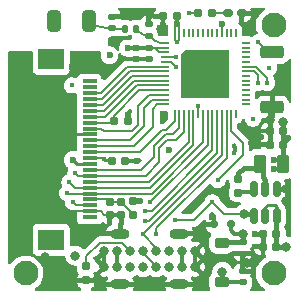
<source format=gtl>
G04 #@! TF.GenerationSoftware,KiCad,Pcbnew,9.0.2*
G04 #@! TF.CreationDate,2025-12-01T11:38:31+01:00*
G04 #@! TF.ProjectId,PCB,5043422e-6b69-4636-9164-5f7063625858,rev?*
G04 #@! TF.SameCoordinates,Original*
G04 #@! TF.FileFunction,Copper,L1,Top*
G04 #@! TF.FilePolarity,Positive*
%FSLAX46Y46*%
G04 Gerber Fmt 4.6, Leading zero omitted, Abs format (unit mm)*
G04 Created by KiCad (PCBNEW 9.0.2) date 2025-12-01 11:38:31*
%MOMM*%
%LPD*%
G01*
G04 APERTURE LIST*
G04 Aperture macros list*
%AMRoundRect*
0 Rectangle with rounded corners*
0 $1 Rounding radius*
0 $2 $3 $4 $5 $6 $7 $8 $9 X,Y pos of 4 corners*
0 Add a 4 corners polygon primitive as box body*
4,1,4,$2,$3,$4,$5,$6,$7,$8,$9,$2,$3,0*
0 Add four circle primitives for the rounded corners*
1,1,$1+$1,$2,$3*
1,1,$1+$1,$4,$5*
1,1,$1+$1,$6,$7*
1,1,$1+$1,$8,$9*
0 Add four rect primitives between the rounded corners*
20,1,$1+$1,$2,$3,$4,$5,0*
20,1,$1+$1,$4,$5,$6,$7,0*
20,1,$1+$1,$6,$7,$8,$9,0*
20,1,$1+$1,$8,$9,$2,$3,0*%
%AMOutline5P*
0 Free polygon, 5 corners , with rotation*
0 The origin of the aperture is its center*
0 number of corners: always 5*
0 $1 to $10 corner X, Y*
0 $11 Rotation angle, in degrees counterclockwise*
0 create outline with 5 corners*
4,1,5,$1,$2,$3,$4,$5,$6,$7,$8,$9,$10,$1,$2,$11*%
%AMOutline6P*
0 Free polygon, 6 corners , with rotation*
0 The origin of the aperture is its center*
0 number of corners: always 6*
0 $1 to $12 corner X, Y*
0 $13 Rotation angle, in degrees counterclockwise*
0 create outline with 6 corners*
4,1,6,$1,$2,$3,$4,$5,$6,$7,$8,$9,$10,$11,$12,$1,$2,$13*%
%AMOutline7P*
0 Free polygon, 7 corners , with rotation*
0 The origin of the aperture is its center*
0 number of corners: always 7*
0 $1 to $14 corner X, Y*
0 $15 Rotation angle, in degrees counterclockwise*
0 create outline with 7 corners*
4,1,7,$1,$2,$3,$4,$5,$6,$7,$8,$9,$10,$11,$12,$13,$14,$1,$2,$15*%
%AMOutline8P*
0 Free polygon, 8 corners , with rotation*
0 The origin of the aperture is its center*
0 number of corners: always 8*
0 $1 to $16 corner X, Y*
0 $17 Rotation angle, in degrees counterclockwise*
0 create outline with 8 corners*
4,1,8,$1,$2,$3,$4,$5,$6,$7,$8,$9,$10,$11,$12,$13,$14,$15,$16,$1,$2,$17*%
G04 Aperture macros list end*
G04 #@! TA.AperFunction,SMDPad,CuDef*
%ADD10RoundRect,0.155000X0.212500X0.155000X-0.212500X0.155000X-0.212500X-0.155000X0.212500X-0.155000X0*%
G04 #@! TD*
G04 #@! TA.AperFunction,SMDPad,CuDef*
%ADD11RoundRect,0.275000X-0.725000X0.275000X-0.725000X-0.275000X0.725000X-0.275000X0.725000X0.275000X0*%
G04 #@! TD*
G04 #@! TA.AperFunction,SMDPad,CuDef*
%ADD12RoundRect,0.140000X0.170000X-0.140000X0.170000X0.140000X-0.170000X0.140000X-0.170000X-0.140000X0*%
G04 #@! TD*
G04 #@! TA.AperFunction,SMDPad,CuDef*
%ADD13RoundRect,0.140000X-0.170000X0.140000X-0.170000X-0.140000X0.170000X-0.140000X0.170000X0.140000X0*%
G04 #@! TD*
G04 #@! TA.AperFunction,SMDPad,CuDef*
%ADD14RoundRect,0.155000X0.155000X-0.212500X0.155000X0.212500X-0.155000X0.212500X-0.155000X-0.212500X0*%
G04 #@! TD*
G04 #@! TA.AperFunction,ComponentPad*
%ADD15C,2.100000*%
G04 #@! TD*
G04 #@! TA.AperFunction,SMDPad,CuDef*
%ADD16RoundRect,0.160000X-0.160000X0.197500X-0.160000X-0.197500X0.160000X-0.197500X0.160000X0.197500X0*%
G04 #@! TD*
G04 #@! TA.AperFunction,SMDPad,CuDef*
%ADD17RoundRect,0.160000X0.222500X0.160000X-0.222500X0.160000X-0.222500X-0.160000X0.222500X-0.160000X0*%
G04 #@! TD*
G04 #@! TA.AperFunction,SMDPad,CuDef*
%ADD18RoundRect,0.155000X-0.155000X0.212500X-0.155000X-0.212500X0.155000X-0.212500X0.155000X0.212500X0*%
G04 #@! TD*
G04 #@! TA.AperFunction,SMDPad,CuDef*
%ADD19RoundRect,0.150000X-0.150000X-0.200000X0.150000X-0.200000X0.150000X0.200000X-0.150000X0.200000X0*%
G04 #@! TD*
G04 #@! TA.AperFunction,SMDPad,CuDef*
%ADD20R,0.665000X0.200000*%
G04 #@! TD*
G04 #@! TA.AperFunction,SMDPad,CuDef*
%ADD21R,0.200000X0.665000*%
G04 #@! TD*
G04 #@! TA.AperFunction,ComponentPad*
%ADD22C,0.500000*%
G04 #@! TD*
G04 #@! TA.AperFunction,SMDPad,CuDef*
%ADD23Outline5P,-2.000000X1.700000X-1.700000X2.000000X2.000000X2.000000X2.000000X-2.000000X-2.000000X-2.000000X0.000000*%
G04 #@! TD*
G04 #@! TA.AperFunction,ComponentPad*
%ADD24C,0.800000*%
G04 #@! TD*
G04 #@! TA.AperFunction,ComponentPad*
%ADD25O,1.600000X0.900000*%
G04 #@! TD*
G04 #@! TA.AperFunction,SMDPad,CuDef*
%ADD26RoundRect,0.150000X0.150000X-0.512500X0.150000X0.512500X-0.150000X0.512500X-0.150000X-0.512500X0*%
G04 #@! TD*
G04 #@! TA.AperFunction,SMDPad,CuDef*
%ADD27RoundRect,0.155000X-0.212500X-0.155000X0.212500X-0.155000X0.212500X0.155000X-0.212500X0.155000X0*%
G04 #@! TD*
G04 #@! TA.AperFunction,SMDPad,CuDef*
%ADD28RoundRect,0.150000X-0.350000X-0.650000X0.350000X-0.650000X0.350000X0.650000X-0.350000X0.650000X0*%
G04 #@! TD*
G04 #@! TA.AperFunction,SMDPad,CuDef*
%ADD29R,1.300000X0.300000*%
G04 #@! TD*
G04 #@! TA.AperFunction,SMDPad,CuDef*
%ADD30R,2.200000X1.800000*%
G04 #@! TD*
G04 #@! TA.AperFunction,SMDPad,CuDef*
%ADD31RoundRect,0.250000X0.325000X0.650000X-0.325000X0.650000X-0.325000X-0.650000X0.325000X-0.650000X0*%
G04 #@! TD*
G04 #@! TA.AperFunction,SMDPad,CuDef*
%ADD32RoundRect,0.225000X-0.375000X0.225000X-0.375000X-0.225000X0.375000X-0.225000X0.375000X0.225000X0*%
G04 #@! TD*
G04 #@! TA.AperFunction,SMDPad,CuDef*
%ADD33RoundRect,0.160000X-0.197500X-0.160000X0.197500X-0.160000X0.197500X0.160000X-0.197500X0.160000X0*%
G04 #@! TD*
G04 #@! TA.AperFunction,SMDPad,CuDef*
%ADD34RoundRect,0.147500X-0.147500X-0.172500X0.147500X-0.172500X0.147500X0.172500X-0.147500X0.172500X0*%
G04 #@! TD*
G04 #@! TA.AperFunction,ViaPad*
%ADD35C,0.600000*%
G04 #@! TD*
G04 #@! TA.AperFunction,ViaPad*
%ADD36C,0.800000*%
G04 #@! TD*
G04 #@! TA.AperFunction,ViaPad*
%ADD37C,0.450000*%
G04 #@! TD*
G04 #@! TA.AperFunction,Conductor*
%ADD38C,0.200000*%
G04 #@! TD*
G04 #@! TA.AperFunction,Conductor*
%ADD39C,0.400000*%
G04 #@! TD*
G04 #@! TA.AperFunction,Conductor*
%ADD40C,0.300000*%
G04 #@! TD*
G04 #@! TA.AperFunction,Conductor*
%ADD41C,0.250000*%
G04 #@! TD*
G04 #@! TA.AperFunction,Conductor*
%ADD42C,0.150000*%
G04 #@! TD*
G04 #@! TA.AperFunction,Conductor*
%ADD43C,0.180000*%
G04 #@! TD*
G04 APERTURE END LIST*
D10*
X110722500Y-108237500D03*
X109587500Y-108237500D03*
D11*
X110375000Y-91800000D03*
X110375000Y-96400000D03*
D10*
X97917500Y-101000000D03*
X96782500Y-101000000D03*
D12*
X99900000Y-90380000D03*
X99900000Y-89420000D03*
D13*
X96800000Y-88770000D03*
X96800000Y-89730000D03*
D14*
X107500000Y-103667500D03*
X107500000Y-102532500D03*
D15*
X110500000Y-89500000D03*
D16*
X94600000Y-109905000D03*
X94600000Y-111100000D03*
D17*
X107772500Y-88500000D03*
X106627500Y-88500000D03*
D18*
X96600000Y-104432500D03*
X96600000Y-105567500D03*
D19*
X106850000Y-106350000D03*
X105450000Y-106350000D03*
D13*
X107875000Y-110320000D03*
X107875000Y-111280000D03*
D20*
X101292000Y-91000001D03*
X101292000Y-91400001D03*
X101292000Y-91800001D03*
X101292000Y-92200001D03*
X101292000Y-92600001D03*
X101292000Y-93000001D03*
X101292000Y-93400001D03*
X101292000Y-93800001D03*
X101292000Y-94200001D03*
X101292000Y-94600001D03*
X101292000Y-95000001D03*
X101292000Y-95400001D03*
X101292000Y-95800001D03*
X101292000Y-96200001D03*
D21*
X102100000Y-97008001D03*
X102500000Y-97008001D03*
X102900000Y-97008001D03*
X103300000Y-97008001D03*
X103700000Y-97008001D03*
X104100000Y-97008001D03*
X104500000Y-97008001D03*
X104900000Y-97008001D03*
X105300000Y-97008001D03*
X105700000Y-97008001D03*
X106100000Y-97008001D03*
X106500000Y-97008001D03*
X106900000Y-97008001D03*
X107300000Y-97008001D03*
D20*
X108108000Y-96200001D03*
X108108000Y-95800001D03*
X108108000Y-95400001D03*
X108108000Y-95000001D03*
X108108000Y-94600001D03*
X108108000Y-94200001D03*
X108108000Y-93800001D03*
X108108000Y-93400001D03*
X108108000Y-93000001D03*
X108108000Y-92600001D03*
X108108000Y-92200001D03*
X108108000Y-91800001D03*
X108108000Y-91400001D03*
X108108000Y-91000001D03*
D21*
X107300000Y-90192001D03*
X106900000Y-90192001D03*
X106500000Y-90192001D03*
X106100000Y-90192001D03*
X105700000Y-90192001D03*
X105300000Y-90192001D03*
X104900000Y-90192001D03*
X104500000Y-90192001D03*
X104100000Y-90192001D03*
X103700000Y-90192001D03*
X103300000Y-90192001D03*
X102900000Y-90192001D03*
X102500000Y-90192001D03*
X102100000Y-90192001D03*
D22*
X103300000Y-92200001D03*
X103300000Y-93600001D03*
X103300000Y-95000001D03*
X104700000Y-92200001D03*
X104700000Y-93600001D03*
D23*
X104700000Y-93600001D03*
D22*
X104700000Y-95000001D03*
X106100000Y-92200001D03*
X106100000Y-93600001D03*
X106100000Y-95000001D03*
D10*
X110730000Y-107187500D03*
X109595000Y-107187500D03*
D15*
X89500000Y-110500000D03*
X110500000Y-110500000D03*
D13*
X99900000Y-91420000D03*
X99900000Y-92380000D03*
D24*
X96150000Y-108625000D03*
X97250000Y-108625000D03*
X98350000Y-108625000D03*
X99450000Y-108625000D03*
X100550000Y-108625000D03*
X101650000Y-108625000D03*
X102750000Y-108625000D03*
X103850000Y-108625000D03*
X103850000Y-109975000D03*
X102750000Y-109975000D03*
X101650000Y-109975000D03*
X100550000Y-109975000D03*
X99450000Y-109975000D03*
X98350000Y-109975000D03*
X97250000Y-109975000D03*
X96150000Y-109975000D03*
D25*
X97500000Y-107150000D03*
X97500000Y-111450000D03*
X102500000Y-107150000D03*
X102500000Y-111450000D03*
D26*
X108850000Y-105675000D03*
X109800000Y-105675000D03*
X110750000Y-105675000D03*
X110750000Y-103400000D03*
X109800000Y-103400000D03*
X108850000Y-103400000D03*
D27*
X110182500Y-99600000D03*
X111317500Y-99600000D03*
D28*
X109350000Y-101250000D03*
X111250000Y-101250000D03*
D16*
X98600000Y-104402500D03*
X98600000Y-105597500D03*
D12*
X98800000Y-92380000D03*
X98800000Y-91420000D03*
D27*
X101132500Y-88750000D03*
X102267500Y-88750000D03*
D12*
X107875000Y-108830000D03*
X107875000Y-107870000D03*
D27*
X110182500Y-98450000D03*
X111317500Y-98450000D03*
D29*
X94910000Y-105750000D03*
X94910000Y-105250000D03*
X94910000Y-104750000D03*
X94910000Y-104250000D03*
X94910000Y-103750000D03*
X94910000Y-103250000D03*
X94910000Y-102750000D03*
X94910000Y-102250000D03*
X94910000Y-101750000D03*
X94910000Y-101250000D03*
X94910000Y-100750000D03*
X94910000Y-100250000D03*
X94910000Y-99750000D03*
X94910000Y-99250000D03*
X94910000Y-98750000D03*
X94910000Y-98250000D03*
X94910000Y-97750000D03*
X94910000Y-97250000D03*
X94910000Y-96750000D03*
X94910000Y-96250000D03*
X94910000Y-95750000D03*
X94910000Y-95250000D03*
X94910000Y-94750000D03*
X94910000Y-94250000D03*
D30*
X91660000Y-92350000D03*
X91660000Y-107650000D03*
D10*
X98117500Y-97650000D03*
X96982500Y-97650000D03*
D31*
X94825000Y-89125000D03*
X91875000Y-89125000D03*
D32*
X106075000Y-107950000D03*
X106075000Y-111250000D03*
D33*
X104105000Y-88500000D03*
X105300000Y-88500000D03*
D18*
X97600000Y-104432500D03*
X97600000Y-105567500D03*
D34*
X97865000Y-89800000D03*
X98835000Y-89800000D03*
D35*
X99200000Y-104400000D03*
D36*
X93700000Y-109000000D03*
D37*
X93400000Y-94600000D03*
D36*
X111537500Y-108237500D03*
X107875000Y-107150000D03*
D35*
X96600000Y-92050000D03*
D36*
X108250000Y-109600000D03*
D35*
X101100000Y-89500000D03*
X111450000Y-93450000D03*
X109400000Y-98950000D03*
D37*
X107150000Y-100300000D03*
D36*
X111550000Y-104400000D03*
D35*
X89300000Y-93900000D03*
D36*
X91100000Y-109150002D03*
D37*
X101150000Y-90200000D03*
D35*
X111500000Y-94750000D03*
X99900000Y-88800000D03*
X92500000Y-96050000D03*
X91900000Y-110867500D03*
D37*
X98350000Y-90500000D03*
D36*
X110200000Y-97550000D03*
X111550000Y-103400000D03*
D35*
X108950000Y-107187500D03*
X96100000Y-93800000D03*
X98200000Y-97100000D03*
X95400000Y-93000000D03*
D37*
X98200000Y-92400000D03*
D35*
X93500000Y-98800000D03*
D37*
X93500000Y-105300000D03*
D35*
X99950000Y-111500000D03*
X101200000Y-97300000D03*
D37*
X107150000Y-99700000D03*
X108550000Y-88500000D03*
D35*
X89450000Y-97850000D03*
X91800000Y-102950000D03*
D37*
X108450000Y-99450000D03*
D35*
X103550000Y-104900000D03*
X98900000Y-101000000D03*
X93450000Y-93000000D03*
D37*
X97500000Y-88750000D03*
X96925000Y-90550000D03*
D35*
X91422421Y-100813574D03*
X98650000Y-88600000D03*
X89400000Y-101950000D03*
X93200000Y-97800000D03*
X88850000Y-106600000D03*
X105250000Y-105700000D03*
D37*
X99350000Y-92380000D03*
D35*
X94500000Y-108000000D03*
D37*
X100050000Y-104450000D03*
X93500000Y-104500000D03*
X93000000Y-103700000D03*
X93200000Y-102800000D03*
X93700000Y-102000000D03*
D35*
X93500000Y-100900000D03*
X106100000Y-89425000D03*
D37*
X102100000Y-106000000D03*
X103350000Y-88500000D03*
X110100000Y-93100000D03*
X99350000Y-91400000D03*
X108750000Y-97400000D03*
D36*
X108000000Y-105500000D03*
D35*
X101600000Y-100100000D03*
X110550000Y-100950000D03*
D37*
X105300000Y-104500000D03*
X104100000Y-96325000D03*
X102300000Y-90950000D03*
D35*
X98170000Y-91420000D03*
D37*
X96100000Y-100800000D03*
D35*
X102300000Y-89425000D03*
X111700000Y-99050000D03*
X110550000Y-101650000D03*
D36*
X111317500Y-97700000D03*
D37*
X109150000Y-94400000D03*
X100500000Y-107200000D03*
X99400000Y-107200000D03*
X109150000Y-90950000D03*
X102200000Y-92200000D03*
X102250000Y-93075000D03*
X105750000Y-102600000D03*
D36*
X106143686Y-110361971D03*
D37*
X109950000Y-94400000D03*
X99600000Y-105200000D03*
X99600000Y-106100000D03*
D38*
X99197500Y-104402500D02*
X99200000Y-104400000D01*
X98600000Y-104402500D02*
X99197500Y-104402500D01*
D39*
X110722500Y-108237500D02*
X111537500Y-108237500D01*
X106280000Y-107870000D02*
X106200000Y-107950000D01*
X110730000Y-105695000D02*
X110750000Y-105675000D01*
X110722500Y-108237500D02*
X110722500Y-107195000D01*
D40*
X106850000Y-106350000D02*
X106850000Y-106850000D01*
D41*
X110562500Y-104687500D02*
X110750000Y-104875000D01*
D39*
X107875000Y-107150000D02*
X107875000Y-107870000D01*
X110722500Y-107195000D02*
X110730000Y-107187500D01*
D40*
X107150000Y-107150000D02*
X107875000Y-107150000D01*
X106850000Y-106850000D02*
X107150000Y-107150000D01*
D39*
X110730000Y-107287500D02*
X110730000Y-105695000D01*
D41*
X110750000Y-104875000D02*
X110750000Y-105675000D01*
X109800000Y-105675000D02*
X109800000Y-104900000D01*
D40*
X106125000Y-107875000D02*
X106200000Y-107950000D01*
D41*
X110012500Y-104687500D02*
X110562500Y-104687500D01*
X109800000Y-104900000D02*
X110012500Y-104687500D01*
D39*
X110780000Y-107237500D02*
X110730000Y-107287500D01*
X107875000Y-107870000D02*
X106280000Y-107870000D01*
D40*
X108250000Y-109600000D02*
X107875000Y-109225000D01*
X99900000Y-92380000D02*
X99350000Y-92380000D01*
D39*
X110200000Y-99582500D02*
X110182500Y-99600000D01*
X109595000Y-107187500D02*
X109595000Y-108230000D01*
D38*
X95112500Y-111100000D02*
X94600000Y-111100000D01*
D40*
X98200000Y-92400000D02*
X97600000Y-92400000D01*
X110200000Y-97550000D02*
X110200000Y-96700000D01*
X108200000Y-109600000D02*
X107875000Y-109925000D01*
X98200000Y-97250000D02*
X98117500Y-97332500D01*
X105450000Y-106350000D02*
X105450000Y-105900000D01*
X99900000Y-89420000D02*
X99900000Y-88800000D01*
D38*
X96600000Y-105567500D02*
X96167500Y-105567500D01*
X96167500Y-105567500D02*
X95850000Y-105250000D01*
D40*
X105450000Y-105900000D02*
X105250000Y-105700000D01*
D39*
X108950000Y-107187500D02*
X109595000Y-107187500D01*
D38*
X108550000Y-88500000D02*
X107772500Y-88500000D01*
D41*
X94910000Y-98750000D02*
X93550000Y-98750000D01*
D40*
X103850000Y-109975000D02*
X103850000Y-108625000D01*
X96200000Y-93800000D02*
X96100000Y-93800000D01*
X108250000Y-109600000D02*
X108200000Y-109600000D01*
D41*
X97967500Y-100900000D02*
X98800000Y-100900000D01*
D40*
X98300000Y-90550000D02*
X98350000Y-90500000D01*
D41*
X98800000Y-100900000D02*
X98900000Y-101000000D01*
D40*
X107875000Y-109225000D02*
X107875000Y-108830000D01*
X98117500Y-97332500D02*
X98117500Y-97650000D01*
X101132500Y-88750000D02*
X99950000Y-88750000D01*
D38*
X96150000Y-109975000D02*
X96150000Y-110062500D01*
D39*
X109595000Y-108230000D02*
X109587500Y-108237500D01*
D40*
X98800000Y-92380000D02*
X98220000Y-92380000D01*
D41*
X93550000Y-98750000D02*
X93500000Y-98800000D01*
D40*
X96925000Y-90550000D02*
X98300000Y-90550000D01*
D38*
X95850000Y-105250000D02*
X94910000Y-105250000D01*
X96150000Y-110062500D02*
X95112500Y-111100000D01*
D40*
X99950000Y-88750000D02*
X99900000Y-88800000D01*
X97600000Y-105567500D02*
X97600000Y-107050000D01*
D38*
X93550000Y-105250000D02*
X94860000Y-105250000D01*
D40*
X98220000Y-92380000D02*
X98200000Y-92400000D01*
D39*
X110200000Y-97550000D02*
X110200000Y-99582500D01*
D40*
X107875000Y-109925000D02*
X107875000Y-110320000D01*
D39*
X111700000Y-103400000D02*
X110750000Y-103400000D01*
D40*
X96150000Y-109975000D02*
X96150000Y-108625000D01*
X98200000Y-97100000D02*
X98200000Y-97250000D01*
X97600000Y-105567500D02*
X96600000Y-105567500D01*
X97600000Y-107050000D02*
X97500000Y-107150000D01*
D38*
X93500000Y-105300000D02*
X93550000Y-105250000D01*
D40*
X97600000Y-92400000D02*
X96200000Y-93800000D01*
X110200000Y-96700000D02*
X110500000Y-96400000D01*
D42*
X93750000Y-104750000D02*
X94910000Y-104750000D01*
X104900000Y-99600000D02*
X104900000Y-97050001D01*
X93500000Y-104500000D02*
X93750000Y-104750000D01*
X100050000Y-104450000D02*
X104900000Y-99600000D01*
D38*
X98600000Y-105500000D02*
X98600000Y-105597500D01*
X94910000Y-104250000D02*
X96417500Y-104250000D01*
X97600000Y-104432500D02*
X97600000Y-104500000D01*
X97600000Y-104500000D02*
X98600000Y-105500000D01*
X96600000Y-104432500D02*
X97600000Y-104432500D01*
X96417500Y-104250000D02*
X96600000Y-104432500D01*
D43*
X93000000Y-103700000D02*
X93050000Y-103750000D01*
D42*
X93050000Y-103750000D02*
X94910000Y-103750000D01*
X104500000Y-99400000D02*
X100150000Y-103750000D01*
X104500000Y-97050001D02*
X104500000Y-99400000D01*
X100150000Y-103750000D02*
X99600000Y-103750000D01*
X94860000Y-103750000D02*
X99600000Y-103750000D01*
X100050000Y-103250000D02*
X99200000Y-103250000D01*
X103700000Y-97050001D02*
X103700000Y-99600000D01*
X93650000Y-103250000D02*
X94860000Y-103250000D01*
X103700000Y-99600000D02*
X100050000Y-103250000D01*
X93200000Y-102800000D02*
X93650000Y-103250000D01*
X99200000Y-103250000D02*
X94860000Y-103250000D01*
X99100000Y-102750000D02*
X94860000Y-102750000D01*
X103300000Y-97050001D02*
X103300000Y-99400000D01*
X103300000Y-99400000D02*
X99950000Y-102750000D01*
X99950000Y-102750000D02*
X99100000Y-102750000D01*
X93700000Y-102000000D02*
X93950000Y-102250000D01*
X100800000Y-99900000D02*
X101500000Y-99200000D01*
X101500000Y-99200000D02*
X102200000Y-99200000D01*
X93950000Y-102250000D02*
X99650000Y-102250000D01*
X102200000Y-99200000D02*
X102900000Y-98500000D01*
X100800000Y-101100000D02*
X100800000Y-99900000D01*
X99650000Y-102250000D02*
X100800000Y-101100000D01*
X102900000Y-98500000D02*
X102900000Y-97050001D01*
X100350000Y-99700000D02*
X100350000Y-100650000D01*
X99250000Y-101750000D02*
X94860000Y-101750000D01*
X100350000Y-100650000D02*
X99250000Y-101750000D01*
X101350000Y-98700000D02*
X100350000Y-99700000D01*
X102500000Y-97050000D02*
X102500000Y-98200000D01*
X102000000Y-98700000D02*
X101350000Y-98700000D01*
X102500000Y-98200000D02*
X102000000Y-98700000D01*
D41*
X93850000Y-101250000D02*
X94860000Y-101250000D01*
X93500000Y-100900000D02*
X93850000Y-101250000D01*
D43*
X100825000Y-91800001D02*
X100425000Y-91400001D01*
D38*
X96050000Y-100750000D02*
X94860000Y-100750000D01*
D40*
X102300000Y-88632500D02*
X102267500Y-88600000D01*
D43*
X102300000Y-89425000D02*
X102500000Y-89625000D01*
X104100000Y-97008001D02*
X104100000Y-96325000D01*
D39*
X108000000Y-105500000D02*
X108675000Y-105500000D01*
X111317500Y-98450000D02*
X111317500Y-97700000D01*
D43*
X100139999Y-91400001D02*
X101250001Y-91400001D01*
D39*
X111317500Y-99432500D02*
X111700000Y-99050000D01*
X111317500Y-99600000D02*
X111317500Y-99432500D01*
D43*
X106100000Y-90150001D02*
X106100000Y-89425000D01*
D40*
X99900000Y-91420000D02*
X98800000Y-91420000D01*
D43*
X102100000Y-89625000D02*
X102100000Y-90750000D01*
D41*
X96200000Y-100900000D02*
X96832500Y-100900000D01*
D38*
X96100000Y-100800000D02*
X96050000Y-100750000D01*
D43*
X100139999Y-91400001D02*
X99719999Y-91400001D01*
D39*
X108675000Y-105500000D02*
X108850000Y-105675000D01*
D43*
X99719999Y-91400001D02*
X99700000Y-91420000D01*
D38*
X103750000Y-106000000D02*
X105250000Y-104500000D01*
X105250000Y-104500000D02*
X105300000Y-104500000D01*
X102100000Y-106000000D02*
X103750000Y-106000000D01*
X106300000Y-105500000D02*
X105300000Y-104500000D01*
X108000000Y-105500000D02*
X106300000Y-105500000D01*
D43*
X102100000Y-90750000D02*
X102300000Y-90950000D01*
X102500000Y-89625000D02*
X102500000Y-90750000D01*
D40*
X102300000Y-89425000D02*
X102300000Y-88632500D01*
X98170000Y-91420000D02*
X98800000Y-91420000D01*
D41*
X96100000Y-100800000D02*
X96200000Y-100900000D01*
D39*
X111317500Y-99600000D02*
X111317500Y-101182500D01*
D43*
X102500000Y-90750000D02*
X102300000Y-90950000D01*
D39*
X111317500Y-101182500D02*
X111250000Y-101250000D01*
D43*
X101250000Y-91800001D02*
X100825000Y-91800001D01*
D39*
X111317500Y-98450000D02*
X111317500Y-99600000D01*
D38*
X104105000Y-88500000D02*
X103350000Y-88500000D01*
D43*
X102300000Y-89425000D02*
X102100000Y-89625000D01*
D42*
X102100000Y-97050001D02*
X102100000Y-97650000D01*
X101050000Y-98350000D02*
X99150000Y-100250000D01*
X101400000Y-98350000D02*
X101050000Y-98350000D01*
X99150000Y-100250000D02*
X94860000Y-100250000D01*
X102100000Y-97650000D02*
X101400000Y-98350000D01*
D43*
X102100000Y-97050001D02*
X102100000Y-96900000D01*
D42*
X100300000Y-96550000D02*
X100300000Y-98150000D01*
X100300000Y-98150000D02*
X98700000Y-99750000D01*
X98700000Y-99750000D02*
X94860000Y-99750000D01*
X100649999Y-96200001D02*
X100300000Y-96550000D01*
X101250000Y-96200001D02*
X100649999Y-96200001D01*
X99500000Y-96500000D02*
X99500000Y-98050000D01*
X100199999Y-95800001D02*
X99500000Y-96500000D01*
X98300000Y-99250000D02*
X94860000Y-99250000D01*
X101250001Y-95800001D02*
X100199999Y-95800001D01*
X99500000Y-98050000D02*
X98300000Y-99250000D01*
D43*
X94870000Y-99240000D02*
X94860000Y-99250000D01*
D42*
X99000000Y-97950000D02*
X98475000Y-98475000D01*
X101250000Y-95400001D02*
X99899999Y-95400001D01*
X98475000Y-98475000D02*
X96100000Y-98475000D01*
X99899999Y-95400001D02*
X99000000Y-96300000D01*
X99000000Y-96300000D02*
X99000000Y-97950000D01*
X95875000Y-98250000D02*
X94860000Y-98250000D01*
X96100000Y-98475000D02*
X95875000Y-98250000D01*
X99099999Y-95000001D02*
X96932500Y-97167500D01*
X96932500Y-97167500D02*
X96932500Y-97700000D01*
X96882500Y-97750000D02*
X94860000Y-97750000D01*
X101250000Y-95000001D02*
X99099999Y-95000001D01*
D43*
X96932500Y-97700000D02*
X96882500Y-97750000D01*
D42*
X96250000Y-97250000D02*
X94860000Y-97250000D01*
X98899999Y-94600001D02*
X96250000Y-97250000D01*
X101250000Y-94600001D02*
X98899999Y-94600001D01*
X98699999Y-94200001D02*
X96150000Y-96750000D01*
X101250001Y-94200001D02*
X98699999Y-94200001D01*
X96150000Y-96750000D02*
X94860000Y-96750000D01*
X98499999Y-93800001D02*
X96050000Y-96250000D01*
X96050000Y-96250000D02*
X94860000Y-96250000D01*
X101250000Y-93800001D02*
X98499999Y-93800001D01*
X98299999Y-93400001D02*
X95950000Y-95750000D01*
X95950000Y-95750000D02*
X94860000Y-95750000D01*
X101250000Y-93400001D02*
X98299999Y-93400001D01*
X95850000Y-95250000D02*
X94860000Y-95250000D01*
X101250001Y-93000001D02*
X98099999Y-93000001D01*
X98099999Y-93000001D02*
X95850000Y-95250000D01*
D43*
X109150000Y-94400000D02*
X109150000Y-93750000D01*
X108800001Y-93400001D02*
X108150000Y-93400001D01*
X109150000Y-93750000D02*
X108800001Y-93400001D01*
D42*
X100500000Y-106700000D02*
X100500000Y-107200000D01*
X106500000Y-97050001D02*
X106500000Y-100700000D01*
X99450000Y-108750000D02*
X100550000Y-109850000D01*
X106500000Y-100700000D02*
X100500000Y-106700000D01*
D43*
X99450000Y-108625000D02*
X99500000Y-108575000D01*
D41*
X100550000Y-109850000D02*
X100550000Y-109975000D01*
X99450000Y-108625000D02*
X99450000Y-108750000D01*
D42*
X100900000Y-91000001D02*
X100900000Y-91000000D01*
D43*
X99800000Y-90380000D02*
X99700000Y-90380000D01*
D42*
X101292000Y-91000001D02*
X100900000Y-91000001D01*
D43*
X101250000Y-91000001D02*
X101245038Y-91004562D01*
X101245038Y-91004562D02*
X101207826Y-91004562D01*
D42*
X99900000Y-90380000D02*
X99746690Y-90380000D01*
X100387868Y-90787868D02*
X100036569Y-90436569D01*
X99072053Y-90037053D02*
X98835000Y-89800000D01*
X100036569Y-90436569D02*
G75*
G03*
X99900000Y-90379989I-136569J-136531D01*
G01*
X99900000Y-90380000D02*
G75*
G02*
X99072052Y-90037054I0J1170900D01*
G01*
X100900000Y-91000000D02*
G75*
G02*
X100387861Y-90787875I0J724300D01*
G01*
D38*
X99450000Y-109975000D02*
X99450000Y-109725000D01*
D43*
X100550000Y-108625000D02*
X100550000Y-108337500D01*
D42*
X99400000Y-107200000D02*
X106100000Y-100500000D01*
X106100000Y-100500000D02*
X106100000Y-97050001D01*
X100550000Y-108337500D02*
X99412500Y-107200000D01*
D43*
X99412500Y-107200000D02*
X99400000Y-107200000D01*
X102200000Y-92200000D02*
X102199999Y-92200001D01*
D42*
X109150000Y-90950000D02*
X110000000Y-91800000D01*
X110000000Y-91800000D02*
X110500000Y-91800000D01*
D43*
X102199999Y-92200001D02*
X101250000Y-92200001D01*
X110200000Y-92100000D02*
X110500000Y-91800000D01*
X101775001Y-92600001D02*
X101250000Y-92600001D01*
X102250000Y-93075000D02*
X101775001Y-92600001D01*
D39*
X109550000Y-102325000D02*
X109800000Y-102575000D01*
X107500000Y-102632500D02*
X107500000Y-102050000D01*
X109550000Y-101387500D02*
X109550000Y-102325000D01*
X107962500Y-101587500D02*
X109350000Y-101587500D01*
X109800000Y-102575000D02*
X109800000Y-103400000D01*
X107500000Y-102050000D02*
X107962500Y-101587500D01*
D40*
X107500000Y-103767500D02*
X107500000Y-103650000D01*
X107500000Y-103650000D02*
X108600000Y-103650000D01*
X108600000Y-103650000D02*
X108850000Y-103400000D01*
D38*
X105300000Y-88500000D02*
X106627500Y-88500000D01*
X95295000Y-89520000D02*
X94875000Y-89100000D01*
D42*
X97849602Y-89784602D02*
X96872973Y-89784602D01*
X96800000Y-89730000D02*
X96285599Y-89730000D01*
X97865000Y-89800000D02*
X97849602Y-89784602D01*
X96285599Y-89730000D02*
G75*
G02*
X94825000Y-89125000I1J2065600D01*
G01*
X107900000Y-100450000D02*
X107900000Y-99450000D01*
X106900000Y-98450000D02*
X106900000Y-97050000D01*
X105750000Y-102600000D02*
X107900000Y-100450000D01*
X107900000Y-99450000D02*
X106900000Y-98450000D01*
D40*
X106105000Y-111280000D02*
X106075000Y-111250000D01*
X102750000Y-109975000D02*
X102750000Y-108625000D01*
D39*
X106143686Y-110361971D02*
X106143686Y-111181314D01*
D40*
X97250000Y-109975000D02*
X97250000Y-108625000D01*
D39*
X106143686Y-111181314D02*
X106075000Y-111250000D01*
D40*
X107875000Y-111280000D02*
X106105000Y-111280000D01*
D43*
X109000001Y-93000001D02*
X108149999Y-93000001D01*
X109950000Y-93950000D02*
X109000001Y-93000001D01*
X109950000Y-94400000D02*
X109950000Y-93950000D01*
D42*
X97625000Y-107900000D02*
X95750000Y-107900000D01*
X94600000Y-109050000D02*
X94600000Y-109905000D01*
X98350000Y-108625000D02*
X97625000Y-107900000D01*
X95750000Y-107900000D02*
X94600000Y-109050000D01*
X100150000Y-105200000D02*
X99600000Y-105200000D01*
X105300000Y-97050000D02*
X105300000Y-100050000D01*
X105300000Y-100050000D02*
X100150000Y-105200000D01*
X105700000Y-97050001D02*
X105700000Y-100300000D01*
X99900000Y-106100000D02*
X99600000Y-106100000D01*
X105700000Y-100300000D02*
X99900000Y-106100000D01*
G04 #@! TA.AperFunction,Conductor*
G36*
X90052539Y-91719685D02*
G01*
X90098294Y-91772489D01*
X90109500Y-91824000D01*
X90109500Y-93304269D01*
X90112353Y-93334699D01*
X90112353Y-93334701D01*
X90157206Y-93462880D01*
X90157207Y-93462882D01*
X90237850Y-93572150D01*
X90347118Y-93652793D01*
X90389845Y-93667744D01*
X90475299Y-93697646D01*
X90505730Y-93700500D01*
X90505734Y-93700500D01*
X92814270Y-93700500D01*
X92844699Y-93697646D01*
X92844701Y-93697646D01*
X92908790Y-93675219D01*
X92972882Y-93652793D01*
X93082150Y-93572150D01*
X93162793Y-93462882D01*
X93186557Y-93394969D01*
X93207646Y-93334701D01*
X93207646Y-93334699D01*
X93210500Y-93304269D01*
X93210500Y-91824000D01*
X93230185Y-91756961D01*
X93282989Y-91711206D01*
X93334500Y-91700000D01*
X95753322Y-91700000D01*
X95820361Y-91719685D01*
X95866116Y-91772489D01*
X95876060Y-91841647D01*
X95874939Y-91848192D01*
X95849500Y-91976079D01*
X95849500Y-91976082D01*
X95849500Y-92123918D01*
X95849500Y-92123920D01*
X95849499Y-92123920D01*
X95878340Y-92268907D01*
X95878343Y-92268917D01*
X95934912Y-92405488D01*
X95934919Y-92405501D01*
X96017048Y-92528415D01*
X96017051Y-92528419D01*
X96121580Y-92632948D01*
X96121584Y-92632951D01*
X96244498Y-92715080D01*
X96244511Y-92715087D01*
X96381082Y-92771656D01*
X96381087Y-92771658D01*
X96381091Y-92771658D01*
X96381092Y-92771659D01*
X96526079Y-92800500D01*
X96526082Y-92800500D01*
X96673920Y-92800500D01*
X96771462Y-92781096D01*
X96818913Y-92771658D01*
X96955495Y-92715084D01*
X97078416Y-92632951D01*
X97182951Y-92528416D01*
X97265084Y-92405495D01*
X97321658Y-92268913D01*
X97343447Y-92159374D01*
X97350500Y-92123920D01*
X97350500Y-91976082D01*
X97349854Y-91972836D01*
X97350009Y-91971097D01*
X97349903Y-91970017D01*
X97350107Y-91969996D01*
X97356075Y-91903244D01*
X97398933Y-91848063D01*
X97464821Y-91824812D01*
X97532820Y-91840874D01*
X97574570Y-91879741D01*
X97587049Y-91898417D01*
X97691580Y-92002948D01*
X97691584Y-92002951D01*
X97814498Y-92085080D01*
X97814511Y-92085087D01*
X97927466Y-92131874D01*
X97951087Y-92141658D01*
X98032670Y-92157886D01*
X98040149Y-92159374D01*
X98079580Y-92180000D01*
X99776000Y-92180000D01*
X99784685Y-92182550D01*
X99793647Y-92181262D01*
X99817687Y-92192240D01*
X99843039Y-92199685D01*
X99848966Y-92206525D01*
X99857203Y-92210287D01*
X99871492Y-92232521D01*
X99888794Y-92252489D01*
X99891081Y-92263003D01*
X99894977Y-92269065D01*
X99900000Y-92304000D01*
X99900000Y-92350501D01*
X99880315Y-92417540D01*
X99827511Y-92463295D01*
X99776000Y-92474501D01*
X98030816Y-92474501D01*
X97897163Y-92510313D01*
X97897160Y-92510314D01*
X97777337Y-92579493D01*
X97777332Y-92579497D01*
X96222181Y-94134649D01*
X96160858Y-94168134D01*
X96091166Y-94163150D01*
X96035233Y-94121278D01*
X96010816Y-94055814D01*
X96010500Y-94046968D01*
X96010500Y-94045730D01*
X96007646Y-94015300D01*
X96007646Y-94015298D01*
X95962793Y-93887119D01*
X95962792Y-93887117D01*
X95956685Y-93878842D01*
X95882150Y-93777850D01*
X95772882Y-93697207D01*
X95772880Y-93697206D01*
X95644700Y-93652353D01*
X95614270Y-93649500D01*
X95614266Y-93649500D01*
X94205734Y-93649500D01*
X94205730Y-93649500D01*
X94175300Y-93652353D01*
X94175298Y-93652353D01*
X94047119Y-93697206D01*
X94047117Y-93697207D01*
X93937850Y-93777850D01*
X93857207Y-93887117D01*
X93857206Y-93887119D01*
X93848232Y-93912767D01*
X93807510Y-93969543D01*
X93742557Y-93995290D01*
X93683739Y-93986373D01*
X93597040Y-93950461D01*
X93597030Y-93950458D01*
X93466533Y-93924500D01*
X93466531Y-93924500D01*
X93333469Y-93924500D01*
X93333467Y-93924500D01*
X93202969Y-93950458D01*
X93202959Y-93950461D01*
X93080038Y-94001376D01*
X93080020Y-94001386D01*
X92969398Y-94075301D01*
X92969390Y-94075307D01*
X92875307Y-94169390D01*
X92875301Y-94169398D01*
X92801386Y-94280020D01*
X92801376Y-94280038D01*
X92750461Y-94402959D01*
X92750458Y-94402969D01*
X92724500Y-94533466D01*
X92724500Y-94533469D01*
X92724500Y-94666531D01*
X92724500Y-94666533D01*
X92724499Y-94666533D01*
X92750458Y-94797030D01*
X92750461Y-94797040D01*
X92801376Y-94919961D01*
X92801386Y-94919979D01*
X92875301Y-95030601D01*
X92875307Y-95030609D01*
X92969390Y-95124692D01*
X92969398Y-95124698D01*
X93080020Y-95198613D01*
X93080023Y-95198614D01*
X93080031Y-95198620D01*
X93080037Y-95198622D01*
X93080038Y-95198623D01*
X93193778Y-95245735D01*
X93202964Y-95249540D01*
X93202968Y-95249540D01*
X93202969Y-95249541D01*
X93333466Y-95275500D01*
X93333469Y-95275500D01*
X93466533Y-95275500D01*
X93562766Y-95256357D01*
X93597036Y-95249540D01*
X93638050Y-95232551D01*
X93669229Y-95229199D01*
X93700137Y-95223980D01*
X93703681Y-95225495D01*
X93707515Y-95225083D01*
X93735552Y-95239117D01*
X93764384Y-95251440D01*
X93766546Y-95254631D01*
X93769995Y-95256357D01*
X93785996Y-95283325D01*
X93803586Y-95309276D01*
X93804370Y-95314292D01*
X93805648Y-95316446D01*
X93809463Y-95344077D01*
X93809500Y-95345587D01*
X93809500Y-95454266D01*
X93812354Y-95484699D01*
X93812948Y-95486397D01*
X93813207Y-95496964D01*
X93812703Y-95498850D01*
X93812703Y-95511575D01*
X93812354Y-95515301D01*
X93809500Y-95545734D01*
X93809500Y-95954266D01*
X93811183Y-95972212D01*
X93812703Y-95988425D01*
X93812703Y-96011575D01*
X93812354Y-96015301D01*
X93809501Y-96045732D01*
X93809500Y-96045738D01*
X93809500Y-96454261D01*
X93812703Y-96488425D01*
X93812703Y-96511575D01*
X93812354Y-96515301D01*
X93809500Y-96545734D01*
X93809500Y-96954266D01*
X93810918Y-96969390D01*
X93812703Y-96988425D01*
X93812703Y-97011575D01*
X93812354Y-97015301D01*
X93809500Y-97045734D01*
X93809500Y-97454266D01*
X93811183Y-97472212D01*
X93812703Y-97488425D01*
X93812703Y-97511575D01*
X93809500Y-97545738D01*
X93809500Y-97954261D01*
X93812703Y-97988425D01*
X93812703Y-98011575D01*
X93809500Y-98045738D01*
X93809500Y-98454269D01*
X93812353Y-98484699D01*
X93812353Y-98484701D01*
X93857206Y-98612880D01*
X93857207Y-98612882D01*
X93904061Y-98676367D01*
X93928031Y-98741996D01*
X93912715Y-98810166D01*
X93904061Y-98823633D01*
X93857207Y-98887118D01*
X93857206Y-98887119D01*
X93812353Y-99015298D01*
X93812353Y-99015300D01*
X93809500Y-99045730D01*
X93809500Y-99454261D01*
X93812703Y-99488425D01*
X93812703Y-99511575D01*
X93809500Y-99545738D01*
X93809500Y-99954261D01*
X93812703Y-99988425D01*
X93812822Y-100010221D01*
X93812416Y-100015122D01*
X93812354Y-100015301D01*
X93809500Y-100045734D01*
X93809500Y-100050384D01*
X93809078Y-100055486D01*
X93798273Y-100083498D01*
X93789815Y-100112304D01*
X93785831Y-100115755D01*
X93783934Y-100120675D01*
X93759696Y-100138401D01*
X93737011Y-100158059D01*
X93731794Y-100158809D01*
X93727538Y-100161922D01*
X93697569Y-100163730D01*
X93667853Y-100168003D01*
X93661309Y-100166882D01*
X93573922Y-100149500D01*
X93573918Y-100149500D01*
X93426082Y-100149500D01*
X93426080Y-100149500D01*
X93281092Y-100178340D01*
X93281082Y-100178343D01*
X93144511Y-100234912D01*
X93144498Y-100234919D01*
X93021584Y-100317048D01*
X93021580Y-100317051D01*
X92917051Y-100421580D01*
X92917048Y-100421584D01*
X92834919Y-100544498D01*
X92834912Y-100544511D01*
X92778343Y-100681082D01*
X92778340Y-100681092D01*
X92749500Y-100826079D01*
X92749500Y-100826082D01*
X92749500Y-100973918D01*
X92749500Y-100973920D01*
X92749499Y-100973920D01*
X92778340Y-101118907D01*
X92778343Y-101118917D01*
X92834912Y-101255488D01*
X92834919Y-101255501D01*
X92917048Y-101378415D01*
X92917051Y-101378419D01*
X93021580Y-101482948D01*
X93021585Y-101482952D01*
X93064685Y-101511750D01*
X93109491Y-101565362D01*
X93118200Y-101634687D01*
X93102792Y-101673876D01*
X93104253Y-101674657D01*
X93101376Y-101680038D01*
X93050461Y-101802959D01*
X93050458Y-101802969D01*
X93024500Y-101933466D01*
X93024500Y-102058685D01*
X93004815Y-102125724D01*
X92952011Y-102171479D01*
X92947953Y-102173246D01*
X92880034Y-102201378D01*
X92880020Y-102201386D01*
X92769398Y-102275301D01*
X92769390Y-102275307D01*
X92675307Y-102369390D01*
X92675301Y-102369398D01*
X92601386Y-102480020D01*
X92601376Y-102480038D01*
X92550461Y-102602959D01*
X92550458Y-102602969D01*
X92524500Y-102733466D01*
X92524500Y-102733469D01*
X92524500Y-102866531D01*
X92524500Y-102866533D01*
X92524499Y-102866533D01*
X92550458Y-102997030D01*
X92550460Y-102997036D01*
X92576512Y-103059931D01*
X92583981Y-103129401D01*
X92552706Y-103191880D01*
X92549633Y-103195065D01*
X92475303Y-103269395D01*
X92475301Y-103269398D01*
X92401386Y-103380020D01*
X92401376Y-103380038D01*
X92350461Y-103502959D01*
X92350458Y-103502969D01*
X92324500Y-103633466D01*
X92324500Y-103633469D01*
X92324500Y-103766531D01*
X92324500Y-103766533D01*
X92324499Y-103766533D01*
X92350458Y-103897030D01*
X92350461Y-103897040D01*
X92401376Y-104019961D01*
X92401386Y-104019979D01*
X92475301Y-104130601D01*
X92475307Y-104130609D01*
X92569390Y-104224692D01*
X92569398Y-104224698D01*
X92680020Y-104298613D01*
X92680024Y-104298615D01*
X92680031Y-104298620D01*
X92747953Y-104326754D01*
X92802355Y-104370593D01*
X92824421Y-104436887D01*
X92824500Y-104441314D01*
X92824500Y-104566531D01*
X92824500Y-104566533D01*
X92824499Y-104566533D01*
X92850458Y-104697030D01*
X92850461Y-104697040D01*
X92901376Y-104819961D01*
X92901386Y-104819979D01*
X92975301Y-104930601D01*
X92975307Y-104930609D01*
X93069390Y-105024692D01*
X93069398Y-105024698D01*
X93180020Y-105098613D01*
X93180023Y-105098614D01*
X93180031Y-105098620D01*
X93302964Y-105149540D01*
X93417233Y-105172270D01*
X93444666Y-105181145D01*
X93449975Y-105183576D01*
X93547164Y-105239688D01*
X93598208Y-105253365D01*
X93680816Y-105275500D01*
X93680817Y-105275500D01*
X93721502Y-105275500D01*
X93788541Y-105295185D01*
X93834296Y-105347989D01*
X93844240Y-105417147D01*
X93838543Y-105440455D01*
X93812354Y-105515298D01*
X93812353Y-105515300D01*
X93809500Y-105545730D01*
X93809500Y-105954269D01*
X93812353Y-105984699D01*
X93812353Y-105984701D01*
X93849099Y-106089711D01*
X93857207Y-106112882D01*
X93937850Y-106222150D01*
X94047118Y-106302793D01*
X94089845Y-106317744D01*
X94175299Y-106347646D01*
X94205730Y-106350500D01*
X94205734Y-106350500D01*
X95614270Y-106350500D01*
X95644699Y-106347646D01*
X95644701Y-106347646D01*
X95711450Y-106324289D01*
X95772882Y-106302793D01*
X95882150Y-106222150D01*
X95889150Y-106212664D01*
X95944792Y-106170415D01*
X96014448Y-106164953D01*
X96063846Y-106187493D01*
X96170430Y-106268319D01*
X96312362Y-106324289D01*
X96400000Y-106334812D01*
X96400000Y-105691500D01*
X96419685Y-105624461D01*
X96472489Y-105578706D01*
X96524000Y-105567500D01*
X96600000Y-105567500D01*
X96600000Y-105491500D01*
X96619685Y-105424461D01*
X96672489Y-105378706D01*
X96724000Y-105367500D01*
X97476000Y-105367500D01*
X97543039Y-105387185D01*
X97588794Y-105439989D01*
X97600000Y-105491500D01*
X97600000Y-105567500D01*
X97676000Y-105567500D01*
X97743039Y-105587185D01*
X97788794Y-105639989D01*
X97800000Y-105691500D01*
X97800000Y-106341000D01*
X97780315Y-106408039D01*
X97727511Y-106453794D01*
X97706672Y-106458327D01*
X97700000Y-106465000D01*
X97700000Y-106850000D01*
X97300000Y-106850000D01*
X97300000Y-106294000D01*
X97319685Y-106226961D01*
X97372489Y-106181206D01*
X97393327Y-106176672D01*
X97400000Y-106170000D01*
X97400000Y-105767500D01*
X96800000Y-105767500D01*
X96800000Y-106341000D01*
X96780315Y-106408039D01*
X96727511Y-106453794D01*
X96676000Y-106465000D01*
X96645215Y-106465000D01*
X96608153Y-106489763D01*
X96489764Y-106608152D01*
X96489758Y-106608160D01*
X96396740Y-106747371D01*
X96396740Y-106747372D01*
X96332665Y-106902063D01*
X96332663Y-106902071D01*
X96323130Y-106950000D01*
X96925735Y-106950000D01*
X96909940Y-106965795D01*
X96870444Y-107034204D01*
X96850000Y-107110504D01*
X96850000Y-107189496D01*
X96870444Y-107265796D01*
X96909940Y-107334205D01*
X96925735Y-107350000D01*
X96309642Y-107350000D01*
X96282482Y-107368500D01*
X96244376Y-107374500D01*
X95826796Y-107374500D01*
X95826780Y-107374499D01*
X95819184Y-107374499D01*
X95680817Y-107374499D01*
X95590849Y-107398606D01*
X95547161Y-107410312D01*
X95427338Y-107479492D01*
X95427332Y-107479497D01*
X94492490Y-108414339D01*
X94431167Y-108447824D01*
X94361475Y-108442840D01*
X94317128Y-108414339D01*
X94242162Y-108339373D01*
X94102860Y-108246295D01*
X93948082Y-108182184D01*
X93948074Y-108182182D01*
X93783771Y-108149500D01*
X93783767Y-108149500D01*
X93616233Y-108149500D01*
X93616228Y-108149500D01*
X93451925Y-108182182D01*
X93451913Y-108182185D01*
X93381952Y-108211164D01*
X93312483Y-108218633D01*
X93250004Y-108187357D01*
X93214352Y-108127268D01*
X93210500Y-108096603D01*
X93210500Y-106695730D01*
X93207646Y-106665300D01*
X93207646Y-106665298D01*
X93171724Y-106562642D01*
X93162793Y-106537118D01*
X93082150Y-106427850D01*
X92972882Y-106347207D01*
X92972880Y-106347206D01*
X92844700Y-106302353D01*
X92814270Y-106299500D01*
X92814266Y-106299500D01*
X90505734Y-106299500D01*
X90505730Y-106299500D01*
X90475300Y-106302353D01*
X90475298Y-106302353D01*
X90347119Y-106347206D01*
X90347117Y-106347207D01*
X90237850Y-106427850D01*
X90157207Y-106537117D01*
X90157206Y-106537119D01*
X90112353Y-106665298D01*
X90112353Y-106665300D01*
X90109500Y-106695730D01*
X90109500Y-108604269D01*
X90112353Y-108634699D01*
X90112353Y-108634701D01*
X90149222Y-108740063D01*
X90157207Y-108762882D01*
X90237850Y-108872150D01*
X90347118Y-108952793D01*
X90389845Y-108967744D01*
X90475299Y-108997646D01*
X90505730Y-109000500D01*
X92731173Y-109000500D01*
X92798212Y-109020185D01*
X92843967Y-109072989D01*
X92852790Y-109100309D01*
X92882182Y-109248074D01*
X92882184Y-109248082D01*
X92946295Y-109402860D01*
X93039373Y-109542162D01*
X93157837Y-109660626D01*
X93224067Y-109704879D01*
X93297137Y-109753703D01*
X93297138Y-109753703D01*
X93297139Y-109753704D01*
X93332201Y-109768227D01*
X93451918Y-109817816D01*
X93570499Y-109841403D01*
X93616228Y-109850499D01*
X93616232Y-109850500D01*
X93705500Y-109850500D01*
X93772539Y-109870185D01*
X93818294Y-109922989D01*
X93829500Y-109974500D01*
X93829500Y-110164157D01*
X93832223Y-110198760D01*
X93832224Y-110198766D01*
X93875256Y-110346881D01*
X93875257Y-110346884D01*
X93956981Y-110485073D01*
X93974164Y-110552797D01*
X93952004Y-110619060D01*
X93949061Y-110623109D01*
X93947284Y-110625452D01*
X93947279Y-110625461D01*
X93890807Y-110768663D01*
X93880000Y-110858663D01*
X93880000Y-110900000D01*
X95319999Y-110900000D01*
X95319999Y-110858663D01*
X95309193Y-110768667D01*
X95252717Y-110625455D01*
X95250944Y-110623116D01*
X95249987Y-110620599D01*
X95248563Y-110618066D01*
X95248943Y-110617852D01*
X95243741Y-110604163D01*
X95232152Y-110587523D01*
X95231581Y-110572167D01*
X95226123Y-110557804D01*
X95230310Y-110537963D01*
X95229558Y-110517701D01*
X95239858Y-110492731D01*
X95240553Y-110489440D01*
X95243017Y-110485074D01*
X95246221Y-110479655D01*
X95246223Y-110479654D01*
X95276807Y-110427939D01*
X95327871Y-110380259D01*
X95396613Y-110367754D01*
X95422802Y-110378557D01*
X95459941Y-110382215D01*
X95867157Y-109975000D01*
X95867157Y-109974999D01*
X95459720Y-109567561D01*
X95391916Y-109554702D01*
X95341205Y-109506637D01*
X95340971Y-109506231D01*
X95333504Y-109493274D01*
X95324742Y-109463114D01*
X95246223Y-109330346D01*
X95230625Y-109314748D01*
X95222448Y-109300558D01*
X95217931Y-109281873D01*
X95208719Y-109265003D01*
X95209890Y-109248615D01*
X95206030Y-109232644D01*
X95212331Y-109214484D01*
X95213703Y-109195311D01*
X95225185Y-109177443D01*
X95228936Y-109166636D01*
X95235385Y-109161572D01*
X95242199Y-109150969D01*
X95328363Y-109064806D01*
X95389679Y-109031325D01*
X95428193Y-109029088D01*
X95459941Y-109032215D01*
X95900000Y-108592156D01*
X95900000Y-108674728D01*
X95938060Y-108766614D01*
X96008386Y-108836940D01*
X96100272Y-108875000D01*
X96182842Y-108875000D01*
X95757842Y-109300000D01*
X96182842Y-109725000D01*
X96100272Y-109725000D01*
X96008386Y-109763060D01*
X95938060Y-109833386D01*
X95900000Y-109925272D01*
X95900000Y-110024728D01*
X95938060Y-110116614D01*
X96008386Y-110186940D01*
X96100272Y-110225000D01*
X96182840Y-110225000D01*
X95742782Y-110665057D01*
X95771059Y-110683952D01*
X95916648Y-110744256D01*
X95916656Y-110744258D01*
X96071202Y-110774999D01*
X96071206Y-110775000D01*
X96228794Y-110775000D01*
X96228794Y-110774999D01*
X96338761Y-110753126D01*
X96408353Y-110759353D01*
X96463530Y-110802216D01*
X96486775Y-110868106D01*
X96470707Y-110936103D01*
X96466056Y-110943633D01*
X96396739Y-111047375D01*
X96332665Y-111202063D01*
X96332663Y-111202071D01*
X96323130Y-111250000D01*
X96925735Y-111250000D01*
X96909940Y-111265795D01*
X96870444Y-111334204D01*
X96850000Y-111410504D01*
X96850000Y-111489496D01*
X96870444Y-111565796D01*
X96909940Y-111634205D01*
X96925735Y-111650000D01*
X96323130Y-111650000D01*
X96332663Y-111697928D01*
X96332665Y-111697936D01*
X96386559Y-111828047D01*
X96394028Y-111897517D01*
X96362753Y-111959996D01*
X96302664Y-111995648D01*
X96271998Y-111999500D01*
X95129800Y-111999500D01*
X95062761Y-111979815D01*
X95017006Y-111927011D01*
X95007062Y-111857853D01*
X95036087Y-111794297D01*
X95054875Y-111776696D01*
X95159703Y-111697203D01*
X95252718Y-111574543D01*
X95309193Y-111431333D01*
X95320000Y-111341336D01*
X95320000Y-111300000D01*
X93880001Y-111300000D01*
X93880001Y-111341336D01*
X93890806Y-111431332D01*
X93947281Y-111574543D01*
X94040296Y-111697203D01*
X94145125Y-111776696D01*
X94186648Y-111832888D01*
X94191200Y-111902609D01*
X94157336Y-111963723D01*
X94095806Y-111996827D01*
X94070200Y-111999500D01*
X90370551Y-111999500D01*
X90303512Y-111979815D01*
X90257757Y-111927011D01*
X90247813Y-111857853D01*
X90276838Y-111794297D01*
X90297662Y-111775184D01*
X90477510Y-111644517D01*
X90644517Y-111477510D01*
X90783343Y-111286433D01*
X90890568Y-111075992D01*
X90963553Y-110851368D01*
X90967650Y-110825499D01*
X91000500Y-110618097D01*
X91000500Y-110381902D01*
X90963553Y-110148631D01*
X90923294Y-110024728D01*
X90890568Y-109924008D01*
X90890566Y-109924005D01*
X90890566Y-109924003D01*
X90831062Y-109807221D01*
X90783343Y-109713567D01*
X90644517Y-109522490D01*
X90477510Y-109355483D01*
X90286433Y-109216657D01*
X90282168Y-109214484D01*
X90075996Y-109109433D01*
X89851368Y-109036446D01*
X89618097Y-108999500D01*
X89618092Y-108999500D01*
X89381908Y-108999500D01*
X89381903Y-108999500D01*
X89148631Y-109036446D01*
X88924003Y-109109433D01*
X88713566Y-109216657D01*
X88604550Y-109295862D01*
X88522490Y-109355483D01*
X88522488Y-109355485D01*
X88522487Y-109355485D01*
X88355485Y-109522487D01*
X88355485Y-109522488D01*
X88355483Y-109522490D01*
X88291004Y-109611238D01*
X88224818Y-109702334D01*
X88169488Y-109744999D01*
X88099874Y-109750978D01*
X88038079Y-109718372D01*
X88003722Y-109657533D01*
X88000500Y-109629448D01*
X88000500Y-91824000D01*
X88020185Y-91756961D01*
X88072989Y-91711206D01*
X88124500Y-91700000D01*
X89985500Y-91700000D01*
X90052539Y-91719685D01*
G37*
G04 #@! TD.AperFunction*
G04 #@! TA.AperFunction,Conductor*
G36*
X101165167Y-110674026D02*
G01*
X101168872Y-110676407D01*
X101247137Y-110728703D01*
X101247138Y-110728703D01*
X101247139Y-110728704D01*
X101275186Y-110740321D01*
X101391489Y-110788496D01*
X101445891Y-110832336D01*
X101467956Y-110898630D01*
X101450677Y-110966329D01*
X101447138Y-110971945D01*
X101396740Y-111047372D01*
X101332665Y-111202063D01*
X101332663Y-111202071D01*
X101323130Y-111250000D01*
X101925735Y-111250000D01*
X101909940Y-111265795D01*
X101870444Y-111334204D01*
X101850000Y-111410504D01*
X101850000Y-111489496D01*
X101870444Y-111565796D01*
X101909940Y-111634205D01*
X101925735Y-111650000D01*
X101323130Y-111650000D01*
X101332663Y-111697928D01*
X101332665Y-111697936D01*
X101386559Y-111828047D01*
X101394028Y-111897517D01*
X101362753Y-111959996D01*
X101302664Y-111995648D01*
X101271998Y-111999500D01*
X98728002Y-111999500D01*
X98660963Y-111979815D01*
X98615208Y-111927011D01*
X98605264Y-111857853D01*
X98613441Y-111828047D01*
X98667334Y-111697936D01*
X98667336Y-111697928D01*
X98676870Y-111650000D01*
X98074265Y-111650000D01*
X98090060Y-111634205D01*
X98129556Y-111565796D01*
X98150000Y-111489496D01*
X98150000Y-111410504D01*
X98129556Y-111334204D01*
X98090060Y-111265795D01*
X98074265Y-111250000D01*
X98676870Y-111250000D01*
X98667336Y-111202071D01*
X98667334Y-111202063D01*
X98603260Y-111047375D01*
X98552861Y-110971946D01*
X98531984Y-110905269D01*
X98550469Y-110837889D01*
X98602448Y-110791199D01*
X98608489Y-110788505D01*
X98752863Y-110728703D01*
X98831110Y-110676419D01*
X98897786Y-110655542D01*
X98965167Y-110674026D01*
X98968872Y-110676407D01*
X99047137Y-110728703D01*
X99047138Y-110728703D01*
X99047139Y-110728704D01*
X99082201Y-110743227D01*
X99201918Y-110792816D01*
X99357747Y-110823812D01*
X99366228Y-110825499D01*
X99366232Y-110825500D01*
X99366233Y-110825500D01*
X99533768Y-110825500D01*
X99533769Y-110825499D01*
X99698082Y-110792816D01*
X99852863Y-110728703D01*
X99931110Y-110676419D01*
X99997786Y-110655542D01*
X100065167Y-110674026D01*
X100068872Y-110676407D01*
X100147137Y-110728703D01*
X100147138Y-110728703D01*
X100147139Y-110728704D01*
X100182201Y-110743227D01*
X100301918Y-110792816D01*
X100457747Y-110823812D01*
X100466228Y-110825499D01*
X100466232Y-110825500D01*
X100466233Y-110825500D01*
X100633768Y-110825500D01*
X100633769Y-110825499D01*
X100798082Y-110792816D01*
X100952863Y-110728703D01*
X101031110Y-110676419D01*
X101097786Y-110655542D01*
X101165167Y-110674026D01*
G37*
G04 #@! TD.AperFunction*
G04 #@! TA.AperFunction,Conductor*
G36*
X105318335Y-105312705D02*
G01*
X105362681Y-105341205D01*
X105613681Y-105592205D01*
X105647166Y-105653528D01*
X105650000Y-105679886D01*
X105650000Y-106226000D01*
X105630315Y-106293039D01*
X105577511Y-106338794D01*
X105526000Y-106350000D01*
X105450000Y-106350000D01*
X105450000Y-106426000D01*
X105430315Y-106493039D01*
X105377511Y-106538794D01*
X105326000Y-106550000D01*
X104750000Y-106550000D01*
X104750000Y-106593053D01*
X104760613Y-106681443D01*
X104816079Y-106822095D01*
X104907435Y-106942564D01*
X105027905Y-107033921D01*
X105144551Y-107079919D01*
X105199695Y-107122825D01*
X105222889Y-107188732D01*
X105206769Y-107256717D01*
X105186745Y-107282954D01*
X105164348Y-107305351D01*
X105079488Y-107445727D01*
X105079485Y-107445736D01*
X105038477Y-107577337D01*
X105030685Y-107602343D01*
X105024500Y-107670406D01*
X105024500Y-108229594D01*
X105030685Y-108297657D01*
X105030686Y-108297662D01*
X105030687Y-108297664D01*
X105079485Y-108454263D01*
X105079488Y-108454272D01*
X105164348Y-108594648D01*
X105164351Y-108594652D01*
X105280347Y-108710648D01*
X105280351Y-108710651D01*
X105420727Y-108795511D01*
X105420730Y-108795512D01*
X105577343Y-108844315D01*
X105645406Y-108850500D01*
X105645409Y-108850500D01*
X106504591Y-108850500D01*
X106504594Y-108850500D01*
X106572657Y-108844315D01*
X106729270Y-108795512D01*
X106740648Y-108788634D01*
X106869647Y-108710652D01*
X106869647Y-108710651D01*
X106869653Y-108710648D01*
X106972119Y-108608181D01*
X107033438Y-108574699D01*
X107103130Y-108579683D01*
X107152558Y-108613576D01*
X107167128Y-108630000D01*
X108582870Y-108630000D01*
X108574579Y-108560946D01*
X108529709Y-108447164D01*
X108528836Y-108437500D01*
X108820186Y-108437500D01*
X108830710Y-108525137D01*
X108830710Y-108525138D01*
X108886681Y-108667071D01*
X108978865Y-108788634D01*
X109100428Y-108880818D01*
X109242362Y-108936789D01*
X109242361Y-108936789D01*
X109331550Y-108947500D01*
X109387500Y-108947500D01*
X109387500Y-108437500D01*
X108820186Y-108437500D01*
X108528836Y-108437500D01*
X108528724Y-108436257D01*
X108523592Y-108426585D01*
X108525639Y-108402073D01*
X108523428Y-108377577D01*
X108528648Y-108366044D01*
X108529407Y-108356958D01*
X108546687Y-108326190D01*
X108560800Y-108307798D01*
X108620301Y-108164151D01*
X108625198Y-108126951D01*
X108653464Y-108063055D01*
X108711788Y-108024583D01*
X108781653Y-108023751D01*
X108803617Y-108037500D01*
X109387500Y-108037500D01*
X109387500Y-107456362D01*
X109387666Y-107449951D01*
X109395166Y-107305089D01*
X109405711Y-107275022D01*
X109414685Y-107244461D01*
X109417191Y-107242289D01*
X109418290Y-107239157D01*
X109443423Y-107219558D01*
X109467489Y-107198706D01*
X109471202Y-107197898D01*
X109473389Y-107196193D01*
X109483129Y-107195303D01*
X109519000Y-107187500D01*
X109671000Y-107187500D01*
X109738039Y-107207185D01*
X109783794Y-107259989D01*
X109795000Y-107311500D01*
X109795000Y-107968638D01*
X109787500Y-107994179D01*
X109787500Y-108947500D01*
X109820167Y-108980167D01*
X109853652Y-109041490D01*
X109848668Y-109111182D01*
X109806796Y-109167115D01*
X109788782Y-109178332D01*
X109713568Y-109216655D01*
X109581901Y-109312318D01*
X109522490Y-109355483D01*
X109522488Y-109355485D01*
X109522487Y-109355485D01*
X109355485Y-109522487D01*
X109355485Y-109522488D01*
X109355483Y-109522490D01*
X109319412Y-109572137D01*
X109216657Y-109713566D01*
X109109433Y-109924003D01*
X109036446Y-110148631D01*
X108999500Y-110381902D01*
X108999500Y-110618097D01*
X109036446Y-110851368D01*
X109109433Y-111075996D01*
X109173668Y-111202063D01*
X109216657Y-111286433D01*
X109355483Y-111477510D01*
X109522490Y-111644517D01*
X109702335Y-111775183D01*
X109745000Y-111830512D01*
X109750979Y-111900126D01*
X109718373Y-111961920D01*
X109657534Y-111996278D01*
X109629449Y-111999500D01*
X108596089Y-111999500D01*
X108529050Y-111979815D01*
X108483295Y-111927011D01*
X108473351Y-111857853D01*
X108497711Y-111800015D01*
X108560800Y-111717798D01*
X108620301Y-111574151D01*
X108635500Y-111458701D01*
X108635499Y-111101300D01*
X108635499Y-111101296D01*
X108620303Y-110985857D01*
X108620301Y-110985852D01*
X108620301Y-110985849D01*
X108560800Y-110842202D01*
X108546687Y-110823809D01*
X108521494Y-110758643D01*
X108529710Y-110702835D01*
X108574577Y-110589060D01*
X108574579Y-110589052D01*
X108582872Y-110520000D01*
X107999000Y-110520000D01*
X107931961Y-110500315D01*
X107886206Y-110447511D01*
X107875000Y-110396000D01*
X107875000Y-110320000D01*
X107799000Y-110320000D01*
X107731961Y-110300315D01*
X107686206Y-110247511D01*
X107675000Y-110196000D01*
X107675000Y-109629316D01*
X107672567Y-109626509D01*
X107670650Y-109613178D01*
X107664197Y-109601361D01*
X107665775Y-109579273D01*
X107662624Y-109557350D01*
X107668218Y-109545099D01*
X107669179Y-109531669D01*
X107675000Y-109523892D01*
X107675000Y-109520680D01*
X108075000Y-109520680D01*
X108077433Y-109523488D01*
X108079349Y-109536821D01*
X108085804Y-109548641D01*
X108084224Y-109570726D01*
X108087376Y-109592647D01*
X108081780Y-109604898D01*
X108080820Y-109618333D01*
X108075000Y-109627389D01*
X108075000Y-110120000D01*
X108582870Y-110120000D01*
X108574578Y-110050945D01*
X108574577Y-110050941D01*
X108520123Y-109912855D01*
X108520120Y-109912849D01*
X108430428Y-109794571D01*
X108312150Y-109704879D01*
X108312148Y-109704878D01*
X108275319Y-109690355D01*
X108220174Y-109647449D01*
X108196981Y-109581542D01*
X108213101Y-109513557D01*
X108263418Y-109465080D01*
X108275319Y-109459645D01*
X108312148Y-109445121D01*
X108312150Y-109445120D01*
X108430428Y-109355428D01*
X108520120Y-109237150D01*
X108520123Y-109237144D01*
X108574577Y-109099060D01*
X108574579Y-109099052D01*
X108582872Y-109030000D01*
X108075000Y-109030000D01*
X108075000Y-109520680D01*
X107675000Y-109520680D01*
X107675000Y-109030000D01*
X107167129Y-109030000D01*
X107175421Y-109099054D01*
X107175422Y-109099058D01*
X107229876Y-109237144D01*
X107229879Y-109237150D01*
X107319571Y-109355428D01*
X107437849Y-109445120D01*
X107437855Y-109445123D01*
X107474681Y-109459646D01*
X107529825Y-109502552D01*
X107553018Y-109568459D01*
X107536897Y-109636444D01*
X107486580Y-109684920D01*
X107474681Y-109690354D01*
X107437855Y-109704876D01*
X107437849Y-109704879D01*
X107319571Y-109794571D01*
X107229879Y-109912849D01*
X107229876Y-109912855D01*
X107172504Y-110058341D01*
X107170570Y-110057578D01*
X107140591Y-110108349D01*
X107078178Y-110139755D01*
X107008693Y-110132433D01*
X106954198Y-110088706D01*
X106941344Y-110065224D01*
X106938669Y-110058767D01*
X106903972Y-109975000D01*
X106897391Y-109959112D01*
X106897390Y-109959110D01*
X106891221Y-109949878D01*
X106842468Y-109876913D01*
X106804312Y-109819808D01*
X106685848Y-109701344D01*
X106546546Y-109608266D01*
X106391768Y-109544155D01*
X106391760Y-109544153D01*
X106227457Y-109511471D01*
X106227453Y-109511471D01*
X106059919Y-109511471D01*
X106059914Y-109511471D01*
X105895611Y-109544153D01*
X105895603Y-109544155D01*
X105740825Y-109608266D01*
X105601523Y-109701344D01*
X105483059Y-109819808D01*
X105389981Y-109959110D01*
X105325870Y-110113888D01*
X105325868Y-110113896D01*
X105293186Y-110278199D01*
X105293186Y-110425151D01*
X105273501Y-110492190D01*
X105256867Y-110512832D01*
X105164351Y-110605347D01*
X105164348Y-110605351D01*
X105079488Y-110745727D01*
X105079485Y-110745736D01*
X105031842Y-110898630D01*
X105030685Y-110902343D01*
X105024500Y-110970406D01*
X105024500Y-111529594D01*
X105030685Y-111597657D01*
X105030686Y-111597662D01*
X105030687Y-111597664D01*
X105079485Y-111754263D01*
X105079488Y-111754271D01*
X105113994Y-111811351D01*
X105131830Y-111878905D01*
X105110312Y-111945379D01*
X105056271Y-111989667D01*
X105007877Y-111999500D01*
X103728002Y-111999500D01*
X103660963Y-111979815D01*
X103615208Y-111927011D01*
X103605264Y-111857853D01*
X103613441Y-111828047D01*
X103667334Y-111697936D01*
X103667336Y-111697928D01*
X103676870Y-111650000D01*
X103074265Y-111650000D01*
X103090060Y-111634205D01*
X103129556Y-111565796D01*
X103150000Y-111489496D01*
X103150000Y-111410504D01*
X103129556Y-111334204D01*
X103090060Y-111265795D01*
X103074265Y-111250000D01*
X103676870Y-111250000D01*
X103667336Y-111202071D01*
X103667334Y-111202063D01*
X103603260Y-111047375D01*
X103533943Y-110943633D01*
X103513066Y-110876956D01*
X103531551Y-110809576D01*
X103583530Y-110762886D01*
X103652500Y-110751710D01*
X103661237Y-110753126D01*
X103771203Y-110774999D01*
X103771206Y-110775000D01*
X103928794Y-110775000D01*
X103928797Y-110774999D01*
X104083343Y-110744258D01*
X104083355Y-110744255D01*
X104228938Y-110683953D01*
X104228943Y-110683950D01*
X104257215Y-110665058D01*
X104257216Y-110665057D01*
X103817159Y-110225000D01*
X103899728Y-110225000D01*
X103991614Y-110186940D01*
X104061940Y-110116614D01*
X104100000Y-110024728D01*
X104100000Y-109974999D01*
X104132842Y-109974999D01*
X104132842Y-109975001D01*
X104540057Y-110382216D01*
X104540058Y-110382215D01*
X104558950Y-110353943D01*
X104558953Y-110353938D01*
X104619255Y-110208355D01*
X104619258Y-110208343D01*
X104649999Y-110053797D01*
X104650000Y-110053794D01*
X104650000Y-109896206D01*
X104649999Y-109896202D01*
X104619258Y-109741656D01*
X104619256Y-109741648D01*
X104558952Y-109596059D01*
X104540058Y-109567783D01*
X104132842Y-109974999D01*
X104100000Y-109974999D01*
X104100000Y-109925272D01*
X104061940Y-109833386D01*
X103991614Y-109763060D01*
X103899728Y-109725000D01*
X103817156Y-109725000D01*
X104242156Y-109299999D01*
X103817157Y-108875000D01*
X103899728Y-108875000D01*
X103991614Y-108836940D01*
X104061940Y-108766614D01*
X104100000Y-108674728D01*
X104100000Y-108624999D01*
X104132842Y-108624999D01*
X104132842Y-108625001D01*
X104540057Y-109032216D01*
X104540058Y-109032215D01*
X104558950Y-109003943D01*
X104558953Y-109003938D01*
X104619255Y-108858355D01*
X104619258Y-108858343D01*
X104649999Y-108703797D01*
X104650000Y-108703794D01*
X104650000Y-108546206D01*
X104649999Y-108546202D01*
X104619258Y-108391656D01*
X104619256Y-108391648D01*
X104558952Y-108246059D01*
X104540058Y-108217783D01*
X104132842Y-108624999D01*
X104100000Y-108624999D01*
X104100000Y-108575272D01*
X104061940Y-108483386D01*
X103991614Y-108413060D01*
X103899728Y-108375000D01*
X103817156Y-108375000D01*
X104257215Y-107934941D01*
X104257215Y-107934940D01*
X104228940Y-107916048D01*
X104083351Y-107855743D01*
X104083343Y-107855741D01*
X103928797Y-107825000D01*
X103771208Y-107825000D01*
X103661236Y-107846874D01*
X103591645Y-107840645D01*
X103536468Y-107797782D01*
X103513224Y-107731892D01*
X103529292Y-107663895D01*
X103533944Y-107656365D01*
X103603260Y-107552625D01*
X103667334Y-107397936D01*
X103667336Y-107397928D01*
X103676870Y-107350000D01*
X103074265Y-107350000D01*
X103090060Y-107334205D01*
X103129556Y-107265796D01*
X103150000Y-107189496D01*
X103150000Y-107110504D01*
X103129556Y-107034204D01*
X103090060Y-106965795D01*
X103074265Y-106950000D01*
X103676870Y-106950000D01*
X103667336Y-106902071D01*
X103667334Y-106902063D01*
X103603260Y-106747373D01*
X103600597Y-106743388D01*
X103579721Y-106676710D01*
X103598207Y-106609330D01*
X103650187Y-106562642D01*
X103703701Y-106550500D01*
X103822472Y-106550500D01*
X103822474Y-106550500D01*
X103822475Y-106550500D01*
X103962485Y-106512984D01*
X103985840Y-106499500D01*
X104088015Y-106440510D01*
X104541274Y-105987250D01*
X104602594Y-105953767D01*
X104672285Y-105958751D01*
X104728219Y-106000622D01*
X104752636Y-106066087D01*
X104752068Y-106089711D01*
X104750000Y-106106939D01*
X104750000Y-106150000D01*
X105250000Y-106150000D01*
X105250000Y-105600832D01*
X105249999Y-105600832D01*
X105239718Y-105602067D01*
X105170810Y-105590517D01*
X105119085Y-105543545D01*
X105100967Y-105476065D01*
X105122207Y-105409502D01*
X105137247Y-105391276D01*
X105187320Y-105341203D01*
X105248643Y-105307720D01*
X105318335Y-105312705D01*
G37*
G04 #@! TD.AperFunction*
G04 #@! TA.AperFunction,Conductor*
G36*
X111959995Y-102479322D02*
G01*
X111995648Y-102539410D01*
X111999500Y-102570077D01*
X111999500Y-107322712D01*
X111979815Y-107389751D01*
X111927011Y-107435506D01*
X111857853Y-107445450D01*
X111828049Y-107437274D01*
X111797269Y-107424525D01*
X111785582Y-107419684D01*
X111785580Y-107419683D01*
X111785576Y-107419682D01*
X111647808Y-107392278D01*
X111585897Y-107359893D01*
X111551323Y-107299177D01*
X111548000Y-107270661D01*
X111548000Y-106992818D01*
X111547999Y-106992804D01*
X111543839Y-106961206D01*
X111532415Y-106874433D01*
X111471403Y-106727137D01*
X111471402Y-106727136D01*
X111471402Y-106727135D01*
X111415042Y-106653685D01*
X111389848Y-106588516D01*
X111403887Y-106520071D01*
X111415039Y-106502716D01*
X111424536Y-106490341D01*
X111485044Y-106344262D01*
X111500500Y-106226861D01*
X111500499Y-105123140D01*
X111500499Y-105123136D01*
X111485046Y-105005746D01*
X111485044Y-105005741D01*
X111485044Y-105005738D01*
X111424536Y-104859659D01*
X111328282Y-104734218D01*
X111328277Y-104734214D01*
X111324173Y-104730109D01*
X111301975Y-104699890D01*
X111295629Y-104687754D01*
X111286281Y-104652865D01*
X111210515Y-104521635D01*
X111206850Y-104517970D01*
X111200053Y-104504971D01*
X111195251Y-104480813D01*
X111186368Y-104457841D01*
X111188560Y-104447148D01*
X111186432Y-104436442D01*
X111195453Y-104413523D01*
X111200400Y-104389395D01*
X111208870Y-104379437D01*
X111212024Y-104371427D01*
X111221491Y-104364602D01*
X111235012Y-104348709D01*
X111292563Y-104305066D01*
X111383920Y-104184595D01*
X111439386Y-104043943D01*
X111450000Y-103955553D01*
X111450000Y-103600000D01*
X110874000Y-103600000D01*
X110865314Y-103597449D01*
X110856353Y-103598738D01*
X110832312Y-103587759D01*
X110806961Y-103580315D01*
X110801033Y-103573474D01*
X110792797Y-103569713D01*
X110778507Y-103547478D01*
X110761206Y-103527511D01*
X110758918Y-103516996D01*
X110755023Y-103510935D01*
X110750000Y-103476000D01*
X110750000Y-103324000D01*
X110769685Y-103256961D01*
X110822489Y-103211206D01*
X110874000Y-103200000D01*
X111450000Y-103200000D01*
X111450000Y-102844446D01*
X111439385Y-102756053D01*
X111405446Y-102669989D01*
X111399164Y-102600403D01*
X111431501Y-102538466D01*
X111492189Y-102503845D01*
X111520798Y-102500499D01*
X111639360Y-102500499D01*
X111639363Y-102500499D01*
X111756753Y-102485046D01*
X111756756Y-102485044D01*
X111756762Y-102485044D01*
X111828049Y-102455515D01*
X111897516Y-102448047D01*
X111959995Y-102479322D01*
G37*
G04 #@! TD.AperFunction*
G04 #@! TA.AperFunction,Conductor*
G36*
X106658834Y-102536849D02*
G01*
X106714768Y-102578720D01*
X106739184Y-102644185D01*
X106739500Y-102653030D01*
X106739500Y-102784695D01*
X106755085Y-102903066D01*
X106755086Y-102903070D01*
X106817001Y-103052548D01*
X106824470Y-103122017D01*
X106817001Y-103147452D01*
X106755086Y-103296929D01*
X106755085Y-103296933D01*
X106739500Y-103415304D01*
X106739500Y-103919695D01*
X106755085Y-104038066D01*
X106755085Y-104038067D01*
X106813889Y-104180034D01*
X106816097Y-104185363D01*
X106913152Y-104311848D01*
X107039637Y-104408903D01*
X107186933Y-104469915D01*
X107305312Y-104485500D01*
X107305319Y-104485500D01*
X107603366Y-104485500D01*
X107670405Y-104505185D01*
X107716160Y-104557989D01*
X107726104Y-104627147D01*
X107697079Y-104690703D01*
X107650819Y-104724061D01*
X107597139Y-104746295D01*
X107457839Y-104839372D01*
X107437553Y-104859659D01*
X107384029Y-104913182D01*
X107322709Y-104946666D01*
X107296350Y-104949500D01*
X106579386Y-104949500D01*
X106512347Y-104929815D01*
X106491705Y-104913181D01*
X105993035Y-104414510D01*
X105959550Y-104353187D01*
X105959121Y-104351130D01*
X105949540Y-104302964D01*
X105918069Y-104226985D01*
X105898623Y-104180038D01*
X105898621Y-104180034D01*
X105898620Y-104180031D01*
X105865597Y-104130609D01*
X105824698Y-104069398D01*
X105824692Y-104069390D01*
X105730609Y-103975307D01*
X105730601Y-103975301D01*
X105619979Y-103901386D01*
X105619972Y-103901382D01*
X105619969Y-103901380D01*
X105619965Y-103901378D01*
X105619961Y-103901376D01*
X105497040Y-103850461D01*
X105497030Y-103850458D01*
X105366533Y-103824500D01*
X105366531Y-103824500D01*
X105233469Y-103824500D01*
X105233467Y-103824500D01*
X105102969Y-103850458D01*
X105102959Y-103850461D01*
X104980038Y-103901376D01*
X104980020Y-103901386D01*
X104869398Y-103975301D01*
X104869390Y-103975307D01*
X104775307Y-104069390D01*
X104775301Y-104069398D01*
X104701386Y-104180020D01*
X104701378Y-104180034D01*
X104648129Y-104308591D01*
X104646398Y-104307874D01*
X104620636Y-104350837D01*
X103558294Y-105413181D01*
X103496971Y-105446666D01*
X103470613Y-105449500D01*
X102793031Y-105449500D01*
X102725992Y-105429815D01*
X102680237Y-105377011D01*
X102670293Y-105307853D01*
X102699318Y-105244297D01*
X102705350Y-105237819D01*
X103260988Y-104682181D01*
X104993199Y-102949968D01*
X105054520Y-102916485D01*
X105124212Y-102921469D01*
X105180145Y-102963341D01*
X105183980Y-102968760D01*
X105225304Y-103030605D01*
X105225307Y-103030609D01*
X105319390Y-103124692D01*
X105319398Y-103124698D01*
X105430020Y-103198613D01*
X105430023Y-103198614D01*
X105430031Y-103198620D01*
X105430037Y-103198622D01*
X105430038Y-103198623D01*
X105552959Y-103249538D01*
X105552964Y-103249540D01*
X105552968Y-103249540D01*
X105552969Y-103249541D01*
X105683466Y-103275500D01*
X105683469Y-103275500D01*
X105816533Y-103275500D01*
X105909729Y-103256961D01*
X105947036Y-103249540D01*
X106069969Y-103198620D01*
X106180606Y-103124695D01*
X106274695Y-103030606D01*
X106348620Y-102919969D01*
X106399540Y-102797036D01*
X106417879Y-102704839D01*
X106426642Y-102688085D01*
X106430663Y-102669606D01*
X106449405Y-102644569D01*
X106450262Y-102642932D01*
X106451698Y-102641469D01*
X106527821Y-102565346D01*
X106589143Y-102531864D01*
X106658834Y-102536849D01*
G37*
G04 #@! TD.AperFunction*
G04 #@! TA.AperFunction,Conductor*
G36*
X99073221Y-100775501D02*
G01*
X99181968Y-100775501D01*
X99249007Y-100795186D01*
X99294762Y-100847990D01*
X99304706Y-100917148D01*
X99275681Y-100980704D01*
X99269649Y-100987182D01*
X99068650Y-101188181D01*
X99041722Y-101202884D01*
X99015904Y-101219477D01*
X99009703Y-101220368D01*
X99007327Y-101221666D01*
X98980969Y-101224500D01*
X98762307Y-101224500D01*
X98695268Y-101204815D01*
X98689645Y-101200000D01*
X98041500Y-101200000D01*
X97974461Y-101180315D01*
X97928706Y-101127511D01*
X97917500Y-101076000D01*
X97917500Y-100924000D01*
X97937185Y-100856961D01*
X97989989Y-100811206D01*
X98041500Y-100800000D01*
X98697026Y-100800000D01*
X98728760Y-100780124D01*
X98762307Y-100775500D01*
X99073205Y-100775500D01*
X99073221Y-100775501D01*
G37*
G04 #@! TD.AperFunction*
G04 #@! TA.AperFunction,Conductor*
G36*
X107153814Y-99497209D02*
G01*
X107167147Y-99495293D01*
X107187290Y-99504492D01*
X107208927Y-99509199D01*
X107226652Y-99522467D01*
X107230703Y-99524318D01*
X107237181Y-99530350D01*
X107338181Y-99631350D01*
X107371666Y-99692673D01*
X107374500Y-99719031D01*
X107374500Y-100180969D01*
X107354815Y-100248008D01*
X107338181Y-100268650D01*
X107237181Y-100369650D01*
X107175858Y-100403135D01*
X107106166Y-100398151D01*
X107050233Y-100356279D01*
X107025816Y-100290815D01*
X107025500Y-100281969D01*
X107025500Y-99618031D01*
X107031738Y-99596785D01*
X107033318Y-99574697D01*
X107041390Y-99563913D01*
X107045185Y-99550992D01*
X107061918Y-99536492D01*
X107075190Y-99518764D01*
X107087810Y-99514056D01*
X107097989Y-99505237D01*
X107119906Y-99502085D01*
X107140654Y-99494347D01*
X107153814Y-99497209D01*
G37*
G04 #@! TD.AperFunction*
G04 #@! TA.AperFunction,Conductor*
G36*
X111943361Y-92329927D02*
G01*
X111988698Y-92383091D01*
X111999500Y-92433710D01*
X111999500Y-95927978D01*
X111979815Y-95995017D01*
X111927011Y-96040772D01*
X111857853Y-96050716D01*
X111794297Y-96021691D01*
X111757115Y-95964869D01*
X111720054Y-95845937D01*
X111720053Y-95845935D01*
X111635256Y-95705662D01*
X111635252Y-95705657D01*
X111519342Y-95589747D01*
X111519337Y-95589743D01*
X111379065Y-95504947D01*
X111222562Y-95456179D01*
X111154556Y-95450000D01*
X110575000Y-95450000D01*
X110575000Y-97245424D01*
X110565561Y-97292877D01*
X110499684Y-97451917D01*
X110499682Y-97451925D01*
X110467000Y-97616228D01*
X110466403Y-97622294D01*
X110465187Y-97622174D01*
X110447315Y-97683039D01*
X110394511Y-97728794D01*
X110393482Y-97729017D01*
X110382500Y-97740000D01*
X110382500Y-99476000D01*
X110362815Y-99543039D01*
X110310011Y-99588794D01*
X110258500Y-99600000D01*
X110182500Y-99600000D01*
X110182500Y-99676000D01*
X110162815Y-99743039D01*
X110110011Y-99788794D01*
X110058500Y-99800000D01*
X109415186Y-99800000D01*
X109422477Y-99860715D01*
X109410927Y-99929623D01*
X109363955Y-99981348D01*
X109299362Y-99999500D01*
X108960636Y-99999500D01*
X108843246Y-100014953D01*
X108843237Y-100014956D01*
X108697157Y-100075464D01*
X108624986Y-100130844D01*
X108559817Y-100156038D01*
X108491372Y-100142000D01*
X108441383Y-100093186D01*
X108425500Y-100032468D01*
X108425500Y-99529186D01*
X108425501Y-99529173D01*
X108425501Y-99400000D01*
X109415185Y-99400000D01*
X109982500Y-99400000D01*
X109982500Y-98650000D01*
X109415186Y-98650000D01*
X109425710Y-98737637D01*
X109425710Y-98737638D01*
X109481681Y-98879571D01*
X109535146Y-98950075D01*
X109559969Y-99015386D01*
X109545541Y-99083750D01*
X109535146Y-99099925D01*
X109481681Y-99170428D01*
X109425710Y-99312361D01*
X109425710Y-99312362D01*
X109415185Y-99400000D01*
X108425501Y-99400000D01*
X108425501Y-99380819D01*
X108425501Y-99380817D01*
X108389689Y-99247165D01*
X108320505Y-99127335D01*
X107461819Y-98268649D01*
X107451636Y-98250000D01*
X109415185Y-98250000D01*
X109982500Y-98250000D01*
X109982500Y-97740000D01*
X109926550Y-97740000D01*
X109837361Y-97750710D01*
X109695428Y-97806681D01*
X109573865Y-97898865D01*
X109481681Y-98020428D01*
X109425710Y-98162361D01*
X109425710Y-98162362D01*
X109415185Y-98250000D01*
X107451636Y-98250000D01*
X107428334Y-98207326D01*
X107425500Y-98180968D01*
X107425500Y-97896844D01*
X107445185Y-97829805D01*
X107497989Y-97784050D01*
X107508545Y-97779803D01*
X107514764Y-97777626D01*
X107612882Y-97743294D01*
X107722150Y-97662651D01*
X107802793Y-97553383D01*
X107837005Y-97455610D01*
X107877725Y-97398837D01*
X107942678Y-97373090D01*
X108011240Y-97386546D01*
X108061642Y-97434934D01*
X108075662Y-97472376D01*
X108100458Y-97597030D01*
X108100461Y-97597040D01*
X108151376Y-97719961D01*
X108151386Y-97719979D01*
X108225301Y-97830601D01*
X108225307Y-97830609D01*
X108319390Y-97924692D01*
X108319398Y-97924698D01*
X108430020Y-97998613D01*
X108430023Y-97998614D01*
X108430031Y-97998620D01*
X108430037Y-97998622D01*
X108430038Y-97998623D01*
X108543775Y-98045734D01*
X108552964Y-98049540D01*
X108552968Y-98049540D01*
X108552969Y-98049541D01*
X108683466Y-98075500D01*
X108683469Y-98075500D01*
X108816533Y-98075500D01*
X108904325Y-98058035D01*
X108947036Y-98049540D01*
X109069969Y-97998620D01*
X109180606Y-97924695D01*
X109274695Y-97830606D01*
X109348620Y-97719969D01*
X109399540Y-97597036D01*
X109411943Y-97534685D01*
X109425500Y-97466533D01*
X109426097Y-97460471D01*
X109428331Y-97460691D01*
X109445185Y-97403296D01*
X109497989Y-97357541D01*
X109560724Y-97346844D01*
X109595446Y-97349999D01*
X110174999Y-97349999D01*
X110175000Y-97349998D01*
X110175000Y-95450000D01*
X109595433Y-95450000D01*
X109527438Y-95456178D01*
X109527427Y-95456181D01*
X109370939Y-95504944D01*
X109370935Y-95504946D01*
X109230662Y-95589743D01*
X109230657Y-95589747D01*
X109114748Y-95705656D01*
X109111931Y-95709252D01*
X109092582Y-95723080D01*
X109076146Y-95740260D01*
X109064680Y-95743020D01*
X109055086Y-95749878D01*
X109031335Y-95751050D01*
X109008219Y-95756617D01*
X108997081Y-95752741D01*
X108985302Y-95753323D01*
X108964689Y-95741469D01*
X108942230Y-95733654D01*
X108934954Y-95724369D01*
X108924733Y-95718492D01*
X108913801Y-95697377D01*
X108899133Y-95678660D01*
X108894804Y-95660686D01*
X108892609Y-95656445D01*
X108890870Y-95644346D01*
X108887797Y-95611579D01*
X108887797Y-95588423D01*
X108891000Y-95554269D01*
X108891000Y-95245732D01*
X108887797Y-95211579D01*
X108887797Y-95188423D01*
X108888942Y-95176214D01*
X108914800Y-95111305D01*
X108971646Y-95070681D01*
X109036591Y-95066175D01*
X109083469Y-95075500D01*
X109216533Y-95075500D01*
X109304325Y-95058035D01*
X109347036Y-95049540D01*
X109469969Y-94998620D01*
X109476272Y-94994408D01*
X109481109Y-94991177D01*
X109547786Y-94970299D01*
X109615166Y-94988783D01*
X109618891Y-94991177D01*
X109630021Y-94998613D01*
X109630031Y-94998620D01*
X109752964Y-95049540D01*
X109752968Y-95049540D01*
X109752969Y-95049541D01*
X109883466Y-95075500D01*
X109883469Y-95075500D01*
X110016533Y-95075500D01*
X110104325Y-95058035D01*
X110147036Y-95049540D01*
X110269969Y-94998620D01*
X110380606Y-94924695D01*
X110474695Y-94830606D01*
X110548620Y-94719969D01*
X110599540Y-94597036D01*
X110625500Y-94466531D01*
X110625500Y-94333469D01*
X110625500Y-94333466D01*
X110599541Y-94202969D01*
X110599540Y-94202968D01*
X110599540Y-94202964D01*
X110548620Y-94080031D01*
X110511397Y-94024322D01*
X110506121Y-94008159D01*
X110497094Y-93995331D01*
X110492130Y-93965300D01*
X110490609Y-93960638D01*
X110490500Y-93958044D01*
X110490500Y-93878842D01*
X110490096Y-93877336D01*
X110469240Y-93799500D01*
X110461830Y-93771843D01*
X110463493Y-93701993D01*
X110502657Y-93644131D01*
X110512695Y-93636661D01*
X110530606Y-93624695D01*
X110624695Y-93530606D01*
X110698620Y-93419969D01*
X110749540Y-93297036D01*
X110759745Y-93245735D01*
X110775500Y-93166533D01*
X110775500Y-93033467D01*
X110758636Y-92948692D01*
X110764863Y-92879100D01*
X110807725Y-92823922D01*
X110873615Y-92800677D01*
X110880253Y-92800499D01*
X111148338Y-92800499D01*
X111148344Y-92800499D01*
X111148352Y-92800498D01*
X111148355Y-92800498D01*
X111202760Y-92794940D01*
X111247708Y-92790349D01*
X111408697Y-92737003D01*
X111553044Y-92647968D01*
X111672968Y-92528044D01*
X111762003Y-92383697D01*
X111762007Y-92383684D01*
X111763116Y-92381309D01*
X111764319Y-92379941D01*
X111765795Y-92377550D01*
X111766203Y-92377802D01*
X111809286Y-92328868D01*
X111876479Y-92309714D01*
X111943361Y-92329927D01*
G37*
G04 #@! TD.AperFunction*
G04 #@! TA.AperFunction,Conductor*
G36*
X101492539Y-96770186D02*
G01*
X101538294Y-96822990D01*
X101549500Y-96874501D01*
X101549500Y-97394777D01*
X101549635Y-97397663D01*
X101548700Y-97397706D01*
X101536055Y-97462563D01*
X101513643Y-97493186D01*
X101218648Y-97788182D01*
X101191717Y-97802888D01*
X101165904Y-97819477D01*
X101159704Y-97820368D01*
X101157328Y-97821666D01*
X101130969Y-97824500D01*
X101126795Y-97824500D01*
X101126779Y-97824499D01*
X101119183Y-97824499D01*
X100980817Y-97824499D01*
X100980815Y-97824499D01*
X100972761Y-97825560D01*
X100972565Y-97824077D01*
X100911736Y-97822626D01*
X100853876Y-97783460D01*
X100826376Y-97719229D01*
X100825500Y-97704516D01*
X100825500Y-96874501D01*
X100845185Y-96807462D01*
X100897989Y-96761707D01*
X100949500Y-96750501D01*
X101425500Y-96750501D01*
X101492539Y-96770186D01*
G37*
G04 #@! TD.AperFunction*
G04 #@! TA.AperFunction,Conductor*
G36*
X98393834Y-96551848D02*
G01*
X98449767Y-96593720D01*
X98474184Y-96659184D01*
X98474500Y-96668030D01*
X98474500Y-96816000D01*
X98454815Y-96883039D01*
X98402011Y-96928794D01*
X98350500Y-96940000D01*
X98317500Y-96940000D01*
X98317500Y-97526000D01*
X98314949Y-97534685D01*
X98316238Y-97543647D01*
X98305259Y-97567687D01*
X98297815Y-97593039D01*
X98290974Y-97598966D01*
X98287213Y-97607203D01*
X98264978Y-97621492D01*
X98245011Y-97638794D01*
X98234496Y-97641081D01*
X98228435Y-97644977D01*
X98193500Y-97650000D01*
X98041500Y-97650000D01*
X97974461Y-97630315D01*
X97928706Y-97577511D01*
X97917500Y-97526000D01*
X97917500Y-96977030D01*
X97937185Y-96909991D01*
X97953819Y-96889349D01*
X98081461Y-96761707D01*
X98262820Y-96580348D01*
X98324142Y-96546864D01*
X98393834Y-96551848D01*
G37*
G04 #@! TD.AperFunction*
G04 #@! TA.AperFunction,Conductor*
G36*
X97328492Y-90427767D02*
G01*
X97415918Y-90494851D01*
X97415919Y-90494851D01*
X97415920Y-90494852D01*
X97561391Y-90555108D01*
X97678306Y-90570500D01*
X97678313Y-90570500D01*
X97681729Y-90570500D01*
X97748768Y-90590185D01*
X97794523Y-90642989D01*
X97804467Y-90712147D01*
X97775442Y-90775703D01*
X97750620Y-90797602D01*
X97691584Y-90837048D01*
X97691580Y-90837051D01*
X97587051Y-90941580D01*
X97587048Y-90941584D01*
X97504919Y-91064498D01*
X97504912Y-91064511D01*
X97448343Y-91201082D01*
X97448340Y-91201092D01*
X97419500Y-91346079D01*
X97419500Y-91346082D01*
X97419500Y-91493918D01*
X97419500Y-91493920D01*
X97419499Y-91493920D01*
X97420147Y-91497173D01*
X97419991Y-91498911D01*
X97420097Y-91499983D01*
X97419893Y-91500003D01*
X97413920Y-91566765D01*
X97371057Y-91621942D01*
X97305168Y-91645187D01*
X97237170Y-91629119D01*
X97195429Y-91590257D01*
X97182953Y-91571586D01*
X97182948Y-91571580D01*
X97078419Y-91467051D01*
X97078415Y-91467048D01*
X96955501Y-91384919D01*
X96955488Y-91384912D01*
X96818917Y-91328343D01*
X96818907Y-91328340D01*
X96673920Y-91299500D01*
X96673918Y-91299500D01*
X96624000Y-91299500D01*
X96556961Y-91279815D01*
X96511206Y-91227011D01*
X96500000Y-91175500D01*
X96500000Y-90584499D01*
X96519685Y-90517460D01*
X96572489Y-90471705D01*
X96623995Y-90460499D01*
X97008700Y-90460499D01*
X97008703Y-90460499D01*
X97124142Y-90445303D01*
X97124145Y-90445301D01*
X97124151Y-90445301D01*
X97205556Y-90411581D01*
X97275022Y-90404113D01*
X97328492Y-90427767D01*
G37*
G04 #@! TD.AperFunction*
G04 #@! TA.AperFunction,Conductor*
G36*
X109696488Y-88020185D02*
G01*
X109742243Y-88072989D01*
X109752187Y-88142147D01*
X109723162Y-88205703D01*
X109702337Y-88224815D01*
X109522490Y-88355483D01*
X109522488Y-88355485D01*
X109522487Y-88355485D01*
X109355485Y-88522487D01*
X109355485Y-88522488D01*
X109355483Y-88522490D01*
X109321194Y-88569685D01*
X109216657Y-88713566D01*
X109109433Y-88924003D01*
X109036446Y-89148631D01*
X108999500Y-89381902D01*
X108999500Y-89618097D01*
X109036446Y-89851368D01*
X109109435Y-90076001D01*
X109124511Y-90105588D01*
X109137408Y-90174257D01*
X109111132Y-90238997D01*
X109054026Y-90279255D01*
X109038220Y-90283500D01*
X108952968Y-90300458D01*
X108952959Y-90300461D01*
X108830038Y-90351376D01*
X108830025Y-90351383D01*
X108719395Y-90425304D01*
X108719394Y-90425305D01*
X108704107Y-90440591D01*
X108642782Y-90474073D01*
X108575477Y-90469947D01*
X108525201Y-90452355D01*
X108525194Y-90452354D01*
X108494770Y-90449501D01*
X108494766Y-90449501D01*
X107974500Y-90449501D01*
X107907461Y-90429816D01*
X107861706Y-90377012D01*
X107850500Y-90325501D01*
X107850500Y-89805231D01*
X107847646Y-89774801D01*
X107847646Y-89774799D01*
X107802793Y-89646620D01*
X107802792Y-89646618D01*
X107786398Y-89624405D01*
X107722150Y-89537351D01*
X107612882Y-89456708D01*
X107593884Y-89450060D01*
X107537110Y-89409339D01*
X107511363Y-89344386D01*
X107524820Y-89275825D01*
X107547160Y-89245339D01*
X107572500Y-89219999D01*
X107972500Y-89219999D01*
X108038837Y-89219999D01*
X108128832Y-89209193D01*
X108272043Y-89152718D01*
X108394703Y-89059703D01*
X108487718Y-88937043D01*
X108544193Y-88793833D01*
X108555000Y-88703836D01*
X108555000Y-88700000D01*
X107972500Y-88700000D01*
X107972500Y-89219999D01*
X107572500Y-89219999D01*
X107572500Y-88624000D01*
X107592185Y-88556961D01*
X107644989Y-88511206D01*
X107696500Y-88500000D01*
X107772500Y-88500000D01*
X107772500Y-88424000D01*
X107792185Y-88356961D01*
X107844989Y-88311206D01*
X107896500Y-88300000D01*
X108554999Y-88300000D01*
X108554999Y-88296163D01*
X108544193Y-88206166D01*
X108529927Y-88169990D01*
X108523646Y-88100403D01*
X108555983Y-88038467D01*
X108616672Y-88003846D01*
X108645282Y-88000500D01*
X109629449Y-88000500D01*
X109696488Y-88020185D01*
G37*
G04 #@! TD.AperFunction*
G04 #@! TA.AperFunction,Conductor*
G36*
X100491677Y-88020185D02*
G01*
X100537432Y-88072989D01*
X100547376Y-88142147D01*
X100523442Y-88199426D01*
X100431680Y-88320430D01*
X100375710Y-88462361D01*
X100375710Y-88462362D01*
X100365186Y-88550000D01*
X101008500Y-88550000D01*
X101075539Y-88569685D01*
X101121294Y-88622489D01*
X101132500Y-88674000D01*
X101132500Y-88750000D01*
X101208500Y-88750000D01*
X101275539Y-88769685D01*
X101321294Y-88822489D01*
X101332500Y-88874000D01*
X101332500Y-89460000D01*
X101388449Y-89460000D01*
X101420714Y-89456125D01*
X101436900Y-89458838D01*
X101453147Y-89456502D01*
X101470648Y-89464494D01*
X101489622Y-89467675D01*
X101501771Y-89478708D01*
X101516703Y-89485527D01*
X101527105Y-89501712D01*
X101541347Y-89514646D01*
X101545955Y-89531045D01*
X101554477Y-89544305D01*
X101559500Y-89579240D01*
X101559500Y-89733310D01*
X101553712Y-89767376D01*
X101553964Y-89767431D01*
X101552790Y-89772805D01*
X101552543Y-89774260D01*
X101552355Y-89774797D01*
X101552353Y-89774806D01*
X101549500Y-89805231D01*
X101549500Y-90325501D01*
X101529815Y-90392540D01*
X101477011Y-90438295D01*
X101425500Y-90449501D01*
X100905231Y-90449501D01*
X100867290Y-90453059D01*
X100867120Y-90451247D01*
X100842270Y-90449173D01*
X100808155Y-90446761D01*
X100807226Y-90446247D01*
X100806682Y-90446202D01*
X100775910Y-90428921D01*
X100765944Y-90421274D01*
X100753751Y-90410581D01*
X100696818Y-90353648D01*
X100663333Y-90292325D01*
X100660499Y-90265967D01*
X100660499Y-90201296D01*
X100645303Y-90085857D01*
X100645301Y-90085852D01*
X100645301Y-90085849D01*
X100585800Y-89942202D01*
X100571687Y-89923809D01*
X100546494Y-89858643D01*
X100554710Y-89802835D01*
X100599578Y-89689056D01*
X100609999Y-89602271D01*
X100609999Y-89561542D01*
X100629682Y-89494502D01*
X100682485Y-89448746D01*
X100751643Y-89438801D01*
X100779492Y-89446186D01*
X100787358Y-89449288D01*
X100787361Y-89449289D01*
X100876550Y-89460000D01*
X100932500Y-89460000D01*
X100932500Y-88950000D01*
X100359000Y-88950000D01*
X100291961Y-88930315D01*
X100246206Y-88877511D01*
X100238279Y-88854326D01*
X100215412Y-88756870D01*
X100199057Y-88750421D01*
X100112271Y-88740000D01*
X100100000Y-88740000D01*
X100100000Y-89296000D01*
X100097449Y-89304685D01*
X100098738Y-89313647D01*
X100087759Y-89337687D01*
X100080315Y-89363039D01*
X100073474Y-89368966D01*
X100069713Y-89377203D01*
X100047478Y-89391492D01*
X100027511Y-89408794D01*
X100016996Y-89411081D01*
X100010935Y-89414977D01*
X99976000Y-89420000D01*
X99824000Y-89420000D01*
X99756961Y-89400315D01*
X99711206Y-89347511D01*
X99700000Y-89296000D01*
X99700000Y-88740000D01*
X99699998Y-88739999D01*
X99687730Y-88740000D01*
X99600944Y-88750421D01*
X99600941Y-88750422D01*
X99462855Y-88804876D01*
X99462849Y-88804879D01*
X99344573Y-88894570D01*
X99265421Y-88998948D01*
X99209228Y-89040471D01*
X99146852Y-89044542D01*
X99146667Y-89045953D01*
X99139566Y-89045018D01*
X99139507Y-89045022D01*
X99139405Y-89044996D01*
X99021703Y-89029501D01*
X99021700Y-89029500D01*
X99021694Y-89029500D01*
X98648306Y-89029500D01*
X98648300Y-89029500D01*
X98648296Y-89029501D01*
X98531392Y-89044891D01*
X98531387Y-89044893D01*
X98397452Y-89100370D01*
X98327982Y-89107839D01*
X98302548Y-89100370D01*
X98168612Y-89044893D01*
X98168607Y-89044891D01*
X98051703Y-89029501D01*
X98051700Y-89029500D01*
X98051694Y-89029500D01*
X97678306Y-89029500D01*
X97678300Y-89029500D01*
X97678295Y-89029501D01*
X97638220Y-89034777D01*
X97569184Y-89024011D01*
X97529273Y-88994126D01*
X97507871Y-88970000D01*
X96924000Y-88970000D01*
X96915314Y-88967449D01*
X96906353Y-88968738D01*
X96882312Y-88957759D01*
X96856961Y-88950315D01*
X96851033Y-88943474D01*
X96842797Y-88939713D01*
X96828507Y-88917478D01*
X96811206Y-88897511D01*
X96808918Y-88886996D01*
X96805023Y-88880935D01*
X96800000Y-88846000D01*
X96800000Y-88694000D01*
X96819685Y-88626961D01*
X96872489Y-88581206D01*
X96924000Y-88570000D01*
X97507870Y-88570000D01*
X97499578Y-88500945D01*
X97499577Y-88500941D01*
X97445123Y-88362855D01*
X97445120Y-88362849D01*
X97355426Y-88244570D01*
X97327383Y-88223304D01*
X97285859Y-88167112D01*
X97281307Y-88097391D01*
X97315171Y-88036277D01*
X97376701Y-88003173D01*
X97402307Y-88000500D01*
X100424638Y-88000500D01*
X100491677Y-88020185D01*
G37*
G04 #@! TD.AperFunction*
M02*

</source>
